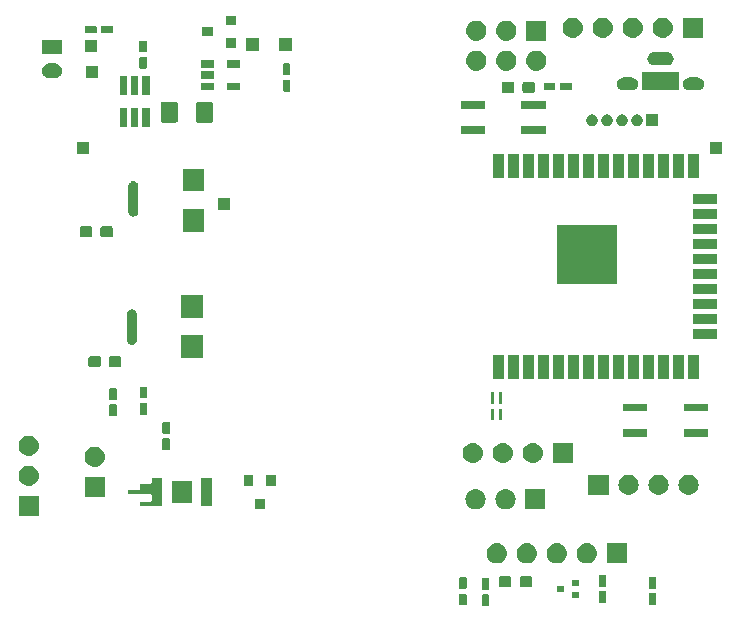
<source format=gbr>
G04 #@! TF.GenerationSoftware,KiCad,Pcbnew,(5.0.2)-1*
G04 #@! TF.CreationDate,2020-01-20T23:46:43+09:00*
G04 #@! TF.ProjectId,schematic,73636865-6d61-4746-9963-2e6b69636164,rev?*
G04 #@! TF.SameCoordinates,Original*
G04 #@! TF.FileFunction,Soldermask,Bot*
G04 #@! TF.FilePolarity,Negative*
%FSLAX46Y46*%
G04 Gerber Fmt 4.6, Leading zero omitted, Abs format (unit mm)*
G04 Created by KiCad (PCBNEW (5.0.2)-1) date 2020/01/20 23:46:43*
%MOMM*%
%LPD*%
G01*
G04 APERTURE LIST*
%ADD10C,0.150000*%
G04 APERTURE END LIST*
D10*
G36*
X60711403Y-77782466D02*
X60729579Y-77787980D01*
X60746333Y-77796936D01*
X60761015Y-77808985D01*
X60773064Y-77823667D01*
X60782020Y-77840421D01*
X60787534Y-77858597D01*
X60790000Y-77883638D01*
X60790000Y-78676362D01*
X60787534Y-78701403D01*
X60782020Y-78719579D01*
X60773064Y-78736333D01*
X60761015Y-78751015D01*
X60746333Y-78763064D01*
X60729579Y-78772020D01*
X60711403Y-78777534D01*
X60686362Y-78780000D01*
X60253638Y-78780000D01*
X60228597Y-78777534D01*
X60210421Y-78772020D01*
X60193667Y-78763064D01*
X60178985Y-78751015D01*
X60166936Y-78736333D01*
X60157980Y-78719579D01*
X60152466Y-78701403D01*
X60150000Y-78676362D01*
X60150000Y-77883638D01*
X60152466Y-77858597D01*
X60157980Y-77840421D01*
X60166936Y-77823667D01*
X60178985Y-77808985D01*
X60193667Y-77796936D01*
X60210421Y-77787980D01*
X60228597Y-77782466D01*
X60253638Y-77780000D01*
X60686362Y-77780000D01*
X60711403Y-77782466D01*
X60711403Y-77782466D01*
G37*
G36*
X58771403Y-77712466D02*
X58789579Y-77717980D01*
X58806333Y-77726936D01*
X58821015Y-77738985D01*
X58833064Y-77753667D01*
X58842020Y-77770421D01*
X58847534Y-77788597D01*
X58850000Y-77813638D01*
X58850000Y-78606362D01*
X58847534Y-78631403D01*
X58842020Y-78649579D01*
X58833064Y-78666333D01*
X58821015Y-78681015D01*
X58806333Y-78693064D01*
X58789579Y-78702020D01*
X58771403Y-78707534D01*
X58746362Y-78710000D01*
X58313638Y-78710000D01*
X58288597Y-78707534D01*
X58270421Y-78702020D01*
X58253667Y-78693064D01*
X58238985Y-78681015D01*
X58226936Y-78666333D01*
X58217980Y-78649579D01*
X58212466Y-78631403D01*
X58210000Y-78606362D01*
X58210000Y-77813638D01*
X58212466Y-77788597D01*
X58217980Y-77770421D01*
X58226936Y-77753667D01*
X58238985Y-77738985D01*
X58253667Y-77726936D01*
X58270421Y-77717980D01*
X58288597Y-77712466D01*
X58313638Y-77710000D01*
X58746362Y-77710000D01*
X58771403Y-77712466D01*
X58771403Y-77712466D01*
G37*
G36*
X74831403Y-77672466D02*
X74849579Y-77677980D01*
X74866333Y-77686936D01*
X74881015Y-77698985D01*
X74893064Y-77713667D01*
X74902020Y-77730421D01*
X74907534Y-77748597D01*
X74910000Y-77773638D01*
X74910000Y-78566362D01*
X74907534Y-78591403D01*
X74902020Y-78609579D01*
X74893064Y-78626333D01*
X74881015Y-78641015D01*
X74866333Y-78653064D01*
X74849579Y-78662020D01*
X74831403Y-78667534D01*
X74806362Y-78670000D01*
X74373638Y-78670000D01*
X74348597Y-78667534D01*
X74330421Y-78662020D01*
X74313667Y-78653064D01*
X74298985Y-78641015D01*
X74286936Y-78626333D01*
X74277980Y-78609579D01*
X74272466Y-78591403D01*
X74270000Y-78566362D01*
X74270000Y-77773638D01*
X74272466Y-77748597D01*
X74277980Y-77730421D01*
X74286936Y-77713667D01*
X74298985Y-77698985D01*
X74313667Y-77686936D01*
X74330421Y-77677980D01*
X74348597Y-77672466D01*
X74373638Y-77670000D01*
X74806362Y-77670000D01*
X74831403Y-77672466D01*
X74831403Y-77672466D01*
G37*
G36*
X70611403Y-77502466D02*
X70629579Y-77507980D01*
X70646333Y-77516936D01*
X70661015Y-77528985D01*
X70673064Y-77543667D01*
X70682020Y-77560421D01*
X70687534Y-77578597D01*
X70690000Y-77603638D01*
X70690000Y-78396362D01*
X70687534Y-78421403D01*
X70682020Y-78439579D01*
X70673064Y-78456333D01*
X70661015Y-78471015D01*
X70646333Y-78483064D01*
X70629579Y-78492020D01*
X70611403Y-78497534D01*
X70586362Y-78500000D01*
X70153638Y-78500000D01*
X70128597Y-78497534D01*
X70110421Y-78492020D01*
X70093667Y-78483064D01*
X70078985Y-78471015D01*
X70066936Y-78456333D01*
X70057980Y-78439579D01*
X70052466Y-78421403D01*
X70050000Y-78396362D01*
X70050000Y-77603638D01*
X70052466Y-77578597D01*
X70057980Y-77560421D01*
X70066936Y-77543667D01*
X70078985Y-77528985D01*
X70093667Y-77516936D01*
X70110421Y-77507980D01*
X70128597Y-77502466D01*
X70153638Y-77500000D01*
X70586362Y-77500000D01*
X70611403Y-77502466D01*
X70611403Y-77502466D01*
G37*
G36*
X68390000Y-78090000D02*
X67790000Y-78090000D01*
X67790000Y-77590000D01*
X68390000Y-77590000D01*
X68390000Y-78090000D01*
X68390000Y-78090000D01*
G37*
G36*
X67090000Y-77590000D02*
X66490000Y-77590000D01*
X66490000Y-77090000D01*
X67090000Y-77090000D01*
X67090000Y-77590000D01*
X67090000Y-77590000D01*
G37*
G36*
X60711403Y-76402466D02*
X60729579Y-76407980D01*
X60746333Y-76416936D01*
X60761015Y-76428985D01*
X60773064Y-76443667D01*
X60782020Y-76460421D01*
X60787534Y-76478597D01*
X60790000Y-76503638D01*
X60790000Y-77296362D01*
X60787534Y-77321403D01*
X60782020Y-77339579D01*
X60773064Y-77356333D01*
X60761015Y-77371015D01*
X60746333Y-77383064D01*
X60729579Y-77392020D01*
X60711403Y-77397534D01*
X60686362Y-77400000D01*
X60253638Y-77400000D01*
X60228597Y-77397534D01*
X60210421Y-77392020D01*
X60193667Y-77383064D01*
X60178985Y-77371015D01*
X60166936Y-77356333D01*
X60157980Y-77339579D01*
X60152466Y-77321403D01*
X60150000Y-77296362D01*
X60150000Y-76503638D01*
X60152466Y-76478597D01*
X60157980Y-76460421D01*
X60166936Y-76443667D01*
X60178985Y-76428985D01*
X60193667Y-76416936D01*
X60210421Y-76407980D01*
X60228597Y-76402466D01*
X60253638Y-76400000D01*
X60686362Y-76400000D01*
X60711403Y-76402466D01*
X60711403Y-76402466D01*
G37*
G36*
X58771403Y-76332466D02*
X58789579Y-76337980D01*
X58806333Y-76346936D01*
X58821015Y-76358985D01*
X58833064Y-76373667D01*
X58842020Y-76390421D01*
X58847534Y-76408597D01*
X58850000Y-76433638D01*
X58850000Y-77226362D01*
X58847534Y-77251403D01*
X58842020Y-77269579D01*
X58833064Y-77286333D01*
X58821015Y-77301015D01*
X58806333Y-77313064D01*
X58789579Y-77322020D01*
X58771403Y-77327534D01*
X58746362Y-77330000D01*
X58313638Y-77330000D01*
X58288597Y-77327534D01*
X58270421Y-77322020D01*
X58253667Y-77313064D01*
X58238985Y-77301015D01*
X58226936Y-77286333D01*
X58217980Y-77269579D01*
X58212466Y-77251403D01*
X58210000Y-77226362D01*
X58210000Y-76433638D01*
X58212466Y-76408597D01*
X58217980Y-76390421D01*
X58226936Y-76373667D01*
X58238985Y-76358985D01*
X58253667Y-76346936D01*
X58270421Y-76337980D01*
X58288597Y-76332466D01*
X58313638Y-76330000D01*
X58746362Y-76330000D01*
X58771403Y-76332466D01*
X58771403Y-76332466D01*
G37*
G36*
X74831403Y-76292466D02*
X74849579Y-76297980D01*
X74866333Y-76306936D01*
X74881015Y-76318985D01*
X74893064Y-76333667D01*
X74902020Y-76350421D01*
X74907534Y-76368597D01*
X74910000Y-76393638D01*
X74910000Y-77186362D01*
X74907534Y-77211403D01*
X74902020Y-77229579D01*
X74893064Y-77246333D01*
X74881015Y-77261015D01*
X74866333Y-77273064D01*
X74849579Y-77282020D01*
X74831403Y-77287534D01*
X74806362Y-77290000D01*
X74373638Y-77290000D01*
X74348597Y-77287534D01*
X74330421Y-77282020D01*
X74313667Y-77273064D01*
X74298985Y-77261015D01*
X74286936Y-77246333D01*
X74277980Y-77229579D01*
X74272466Y-77211403D01*
X74270000Y-77186362D01*
X74270000Y-76393638D01*
X74272466Y-76368597D01*
X74277980Y-76350421D01*
X74286936Y-76333667D01*
X74298985Y-76318985D01*
X74313667Y-76306936D01*
X74330421Y-76297980D01*
X74348597Y-76292466D01*
X74373638Y-76290000D01*
X74806362Y-76290000D01*
X74831403Y-76292466D01*
X74831403Y-76292466D01*
G37*
G36*
X62509024Y-76238955D02*
X62541736Y-76248879D01*
X62571890Y-76264997D01*
X62598316Y-76286684D01*
X62620003Y-76313110D01*
X62636121Y-76343264D01*
X62646045Y-76375976D01*
X62650000Y-76416138D01*
X62650000Y-77003862D01*
X62646045Y-77044024D01*
X62636121Y-77076736D01*
X62620003Y-77106890D01*
X62598316Y-77133316D01*
X62571890Y-77155003D01*
X62541736Y-77171121D01*
X62509024Y-77181045D01*
X62468862Y-77185000D01*
X61781138Y-77185000D01*
X61740976Y-77181045D01*
X61708264Y-77171121D01*
X61678110Y-77155003D01*
X61651684Y-77133316D01*
X61629997Y-77106890D01*
X61613879Y-77076736D01*
X61603955Y-77044024D01*
X61600000Y-77003862D01*
X61600000Y-76416138D01*
X61603955Y-76375976D01*
X61613879Y-76343264D01*
X61629997Y-76313110D01*
X61651684Y-76286684D01*
X61678110Y-76264997D01*
X61708264Y-76248879D01*
X61740976Y-76238955D01*
X61781138Y-76235000D01*
X62468862Y-76235000D01*
X62509024Y-76238955D01*
X62509024Y-76238955D01*
G37*
G36*
X64259024Y-76238955D02*
X64291736Y-76248879D01*
X64321890Y-76264997D01*
X64348316Y-76286684D01*
X64370003Y-76313110D01*
X64386121Y-76343264D01*
X64396045Y-76375976D01*
X64400000Y-76416138D01*
X64400000Y-77003862D01*
X64396045Y-77044024D01*
X64386121Y-77076736D01*
X64370003Y-77106890D01*
X64348316Y-77133316D01*
X64321890Y-77155003D01*
X64291736Y-77171121D01*
X64259024Y-77181045D01*
X64218862Y-77185000D01*
X63531138Y-77185000D01*
X63490976Y-77181045D01*
X63458264Y-77171121D01*
X63428110Y-77155003D01*
X63401684Y-77133316D01*
X63379997Y-77106890D01*
X63363879Y-77076736D01*
X63353955Y-77044024D01*
X63350000Y-77003862D01*
X63350000Y-76416138D01*
X63353955Y-76375976D01*
X63363879Y-76343264D01*
X63379997Y-76313110D01*
X63401684Y-76286684D01*
X63428110Y-76264997D01*
X63458264Y-76248879D01*
X63490976Y-76238955D01*
X63531138Y-76235000D01*
X64218862Y-76235000D01*
X64259024Y-76238955D01*
X64259024Y-76238955D01*
G37*
G36*
X70611403Y-76122466D02*
X70629579Y-76127980D01*
X70646333Y-76136936D01*
X70661015Y-76148985D01*
X70673064Y-76163667D01*
X70682020Y-76180421D01*
X70687534Y-76198597D01*
X70690000Y-76223638D01*
X70690000Y-77016362D01*
X70687534Y-77041403D01*
X70682020Y-77059579D01*
X70673064Y-77076333D01*
X70661015Y-77091015D01*
X70646333Y-77103064D01*
X70629579Y-77112020D01*
X70611403Y-77117534D01*
X70586362Y-77120000D01*
X70153638Y-77120000D01*
X70128597Y-77117534D01*
X70110421Y-77112020D01*
X70093667Y-77103064D01*
X70078985Y-77091015D01*
X70066936Y-77076333D01*
X70057980Y-77059579D01*
X70052466Y-77041403D01*
X70050000Y-77016362D01*
X70050000Y-76223638D01*
X70052466Y-76198597D01*
X70057980Y-76180421D01*
X70066936Y-76163667D01*
X70078985Y-76148985D01*
X70093667Y-76136936D01*
X70110421Y-76127980D01*
X70128597Y-76122466D01*
X70153638Y-76120000D01*
X70586362Y-76120000D01*
X70611403Y-76122466D01*
X70611403Y-76122466D01*
G37*
G36*
X68390000Y-77090000D02*
X67790000Y-77090000D01*
X67790000Y-76590000D01*
X68390000Y-76590000D01*
X68390000Y-77090000D01*
X68390000Y-77090000D01*
G37*
G36*
X64106630Y-73462299D02*
X64266855Y-73510903D01*
X64414520Y-73589831D01*
X64543949Y-73696051D01*
X64650169Y-73825480D01*
X64729097Y-73973145D01*
X64777701Y-74133370D01*
X64794112Y-74300000D01*
X64777701Y-74466630D01*
X64729097Y-74626855D01*
X64650169Y-74774520D01*
X64543949Y-74903949D01*
X64414520Y-75010169D01*
X64266855Y-75089097D01*
X64106630Y-75137701D01*
X63981752Y-75150000D01*
X63898248Y-75150000D01*
X63773370Y-75137701D01*
X63613145Y-75089097D01*
X63465480Y-75010169D01*
X63336051Y-74903949D01*
X63229831Y-74774520D01*
X63150903Y-74626855D01*
X63102299Y-74466630D01*
X63085888Y-74300000D01*
X63102299Y-74133370D01*
X63150903Y-73973145D01*
X63229831Y-73825480D01*
X63336051Y-73696051D01*
X63465480Y-73589831D01*
X63613145Y-73510903D01*
X63773370Y-73462299D01*
X63898248Y-73450000D01*
X63981752Y-73450000D01*
X64106630Y-73462299D01*
X64106630Y-73462299D01*
G37*
G36*
X61566630Y-73462299D02*
X61726855Y-73510903D01*
X61874520Y-73589831D01*
X62003949Y-73696051D01*
X62110169Y-73825480D01*
X62189097Y-73973145D01*
X62237701Y-74133370D01*
X62254112Y-74300000D01*
X62237701Y-74466630D01*
X62189097Y-74626855D01*
X62110169Y-74774520D01*
X62003949Y-74903949D01*
X61874520Y-75010169D01*
X61726855Y-75089097D01*
X61566630Y-75137701D01*
X61441752Y-75150000D01*
X61358248Y-75150000D01*
X61233370Y-75137701D01*
X61073145Y-75089097D01*
X60925480Y-75010169D01*
X60796051Y-74903949D01*
X60689831Y-74774520D01*
X60610903Y-74626855D01*
X60562299Y-74466630D01*
X60545888Y-74300000D01*
X60562299Y-74133370D01*
X60610903Y-73973145D01*
X60689831Y-73825480D01*
X60796051Y-73696051D01*
X60925480Y-73589831D01*
X61073145Y-73510903D01*
X61233370Y-73462299D01*
X61358248Y-73450000D01*
X61441752Y-73450000D01*
X61566630Y-73462299D01*
X61566630Y-73462299D01*
G37*
G36*
X72410000Y-75150000D02*
X70710000Y-75150000D01*
X70710000Y-73450000D01*
X72410000Y-73450000D01*
X72410000Y-75150000D01*
X72410000Y-75150000D01*
G37*
G36*
X66646630Y-73462299D02*
X66806855Y-73510903D01*
X66954520Y-73589831D01*
X67083949Y-73696051D01*
X67190169Y-73825480D01*
X67269097Y-73973145D01*
X67317701Y-74133370D01*
X67334112Y-74300000D01*
X67317701Y-74466630D01*
X67269097Y-74626855D01*
X67190169Y-74774520D01*
X67083949Y-74903949D01*
X66954520Y-75010169D01*
X66806855Y-75089097D01*
X66646630Y-75137701D01*
X66521752Y-75150000D01*
X66438248Y-75150000D01*
X66313370Y-75137701D01*
X66153145Y-75089097D01*
X66005480Y-75010169D01*
X65876051Y-74903949D01*
X65769831Y-74774520D01*
X65690903Y-74626855D01*
X65642299Y-74466630D01*
X65625888Y-74300000D01*
X65642299Y-74133370D01*
X65690903Y-73973145D01*
X65769831Y-73825480D01*
X65876051Y-73696051D01*
X66005480Y-73589831D01*
X66153145Y-73510903D01*
X66313370Y-73462299D01*
X66438248Y-73450000D01*
X66521752Y-73450000D01*
X66646630Y-73462299D01*
X66646630Y-73462299D01*
G37*
G36*
X69186630Y-73462299D02*
X69346855Y-73510903D01*
X69494520Y-73589831D01*
X69623949Y-73696051D01*
X69730169Y-73825480D01*
X69809097Y-73973145D01*
X69857701Y-74133370D01*
X69874112Y-74300000D01*
X69857701Y-74466630D01*
X69809097Y-74626855D01*
X69730169Y-74774520D01*
X69623949Y-74903949D01*
X69494520Y-75010169D01*
X69346855Y-75089097D01*
X69186630Y-75137701D01*
X69061752Y-75150000D01*
X68978248Y-75150000D01*
X68853370Y-75137701D01*
X68693145Y-75089097D01*
X68545480Y-75010169D01*
X68416051Y-74903949D01*
X68309831Y-74774520D01*
X68230903Y-74626855D01*
X68182299Y-74466630D01*
X68165888Y-74300000D01*
X68182299Y-74133370D01*
X68230903Y-73973145D01*
X68309831Y-73825480D01*
X68416051Y-73696051D01*
X68545480Y-73589831D01*
X68693145Y-73510903D01*
X68853370Y-73462299D01*
X68978248Y-73450000D01*
X69061752Y-73450000D01*
X69186630Y-73462299D01*
X69186630Y-73462299D01*
G37*
G36*
X22620000Y-71110000D02*
X20920000Y-71110000D01*
X20920000Y-69410000D01*
X22620000Y-69410000D01*
X22620000Y-71110000D01*
X22620000Y-71110000D01*
G37*
G36*
X41750000Y-70580000D02*
X40950000Y-70580000D01*
X40950000Y-69680000D01*
X41750000Y-69680000D01*
X41750000Y-70580000D01*
X41750000Y-70580000D01*
G37*
G36*
X65530000Y-70570000D02*
X63830000Y-70570000D01*
X63830000Y-68870000D01*
X65530000Y-68870000D01*
X65530000Y-70570000D01*
X65530000Y-70570000D01*
G37*
G36*
X62306630Y-68882299D02*
X62466855Y-68930903D01*
X62614520Y-69009831D01*
X62743949Y-69116051D01*
X62850169Y-69245480D01*
X62929097Y-69393145D01*
X62977701Y-69553370D01*
X62994112Y-69720000D01*
X62977701Y-69886630D01*
X62929097Y-70046855D01*
X62850169Y-70194520D01*
X62743949Y-70323949D01*
X62614520Y-70430169D01*
X62466855Y-70509097D01*
X62306630Y-70557701D01*
X62181752Y-70570000D01*
X62098248Y-70570000D01*
X61973370Y-70557701D01*
X61813145Y-70509097D01*
X61665480Y-70430169D01*
X61536051Y-70323949D01*
X61429831Y-70194520D01*
X61350903Y-70046855D01*
X61302299Y-69886630D01*
X61285888Y-69720000D01*
X61302299Y-69553370D01*
X61350903Y-69393145D01*
X61429831Y-69245480D01*
X61536051Y-69116051D01*
X61665480Y-69009831D01*
X61813145Y-68930903D01*
X61973370Y-68882299D01*
X62098248Y-68870000D01*
X62181752Y-68870000D01*
X62306630Y-68882299D01*
X62306630Y-68882299D01*
G37*
G36*
X59766630Y-68882299D02*
X59926855Y-68930903D01*
X60074520Y-69009831D01*
X60203949Y-69116051D01*
X60310169Y-69245480D01*
X60389097Y-69393145D01*
X60437701Y-69553370D01*
X60454112Y-69720000D01*
X60437701Y-69886630D01*
X60389097Y-70046855D01*
X60310169Y-70194520D01*
X60203949Y-70323949D01*
X60074520Y-70430169D01*
X59926855Y-70509097D01*
X59766630Y-70557701D01*
X59641752Y-70570000D01*
X59558248Y-70570000D01*
X59433370Y-70557701D01*
X59273145Y-70509097D01*
X59125480Y-70430169D01*
X58996051Y-70323949D01*
X58889831Y-70194520D01*
X58810903Y-70046855D01*
X58762299Y-69886630D01*
X58745888Y-69720000D01*
X58762299Y-69553370D01*
X58810903Y-69393145D01*
X58889831Y-69245480D01*
X58996051Y-69116051D01*
X59125480Y-69009831D01*
X59273145Y-68930903D01*
X59433370Y-68882299D01*
X59558248Y-68870000D01*
X59641752Y-68870000D01*
X59766630Y-68882299D01*
X59766630Y-68882299D01*
G37*
G36*
X33070000Y-70252500D02*
X31180000Y-70252500D01*
X31180000Y-69947500D01*
X32055000Y-69947500D01*
X32079386Y-69945098D01*
X32102835Y-69937985D01*
X32124446Y-69926434D01*
X32143388Y-69910888D01*
X32158934Y-69891946D01*
X32170485Y-69870335D01*
X32177598Y-69846886D01*
X32180000Y-69822500D01*
X32180000Y-69377500D01*
X32177598Y-69353114D01*
X32170485Y-69329665D01*
X32158934Y-69308054D01*
X32143388Y-69289112D01*
X32124446Y-69273566D01*
X32102835Y-69262015D01*
X32079386Y-69254902D01*
X32055000Y-69252500D01*
X30180000Y-69252500D01*
X30180000Y-68947500D01*
X31055000Y-68947500D01*
X31079386Y-68945098D01*
X31102835Y-68937985D01*
X31124446Y-68926434D01*
X31143388Y-68910888D01*
X31158934Y-68891946D01*
X31170485Y-68870335D01*
X31177598Y-68846886D01*
X31180000Y-68822500D01*
X31180000Y-68447500D01*
X32055000Y-68447500D01*
X32079386Y-68445098D01*
X32102835Y-68437985D01*
X32124446Y-68426434D01*
X32143388Y-68410888D01*
X32158934Y-68391946D01*
X32170485Y-68370335D01*
X32177598Y-68346886D01*
X32180000Y-68322500D01*
X32180000Y-67947500D01*
X33070000Y-67947500D01*
X33070000Y-70252500D01*
X33070000Y-70252500D01*
G37*
G36*
X37280000Y-70252500D02*
X36390000Y-70252500D01*
X36390000Y-67947500D01*
X37280000Y-67947500D01*
X37280000Y-70252500D01*
X37280000Y-70252500D01*
G37*
G36*
X35570000Y-70040000D02*
X33890000Y-70040000D01*
X33890000Y-68160000D01*
X35570000Y-68160000D01*
X35570000Y-70040000D01*
X35570000Y-70040000D01*
G37*
G36*
X28210000Y-69510000D02*
X26510000Y-69510000D01*
X26510000Y-67810000D01*
X28210000Y-67810000D01*
X28210000Y-69510000D01*
X28210000Y-69510000D01*
G37*
G36*
X77806630Y-67652299D02*
X77966855Y-67700903D01*
X78114520Y-67779831D01*
X78243949Y-67886051D01*
X78350169Y-68015480D01*
X78429097Y-68163145D01*
X78477701Y-68323370D01*
X78494112Y-68490000D01*
X78477701Y-68656630D01*
X78429097Y-68816855D01*
X78350169Y-68964520D01*
X78243949Y-69093949D01*
X78114520Y-69200169D01*
X77966855Y-69279097D01*
X77806630Y-69327701D01*
X77681752Y-69340000D01*
X77598248Y-69340000D01*
X77473370Y-69327701D01*
X77313145Y-69279097D01*
X77165480Y-69200169D01*
X77036051Y-69093949D01*
X76929831Y-68964520D01*
X76850903Y-68816855D01*
X76802299Y-68656630D01*
X76785888Y-68490000D01*
X76802299Y-68323370D01*
X76850903Y-68163145D01*
X76929831Y-68015480D01*
X77036051Y-67886051D01*
X77165480Y-67779831D01*
X77313145Y-67700903D01*
X77473370Y-67652299D01*
X77598248Y-67640000D01*
X77681752Y-67640000D01*
X77806630Y-67652299D01*
X77806630Y-67652299D01*
G37*
G36*
X75266630Y-67652299D02*
X75426855Y-67700903D01*
X75574520Y-67779831D01*
X75703949Y-67886051D01*
X75810169Y-68015480D01*
X75889097Y-68163145D01*
X75937701Y-68323370D01*
X75954112Y-68490000D01*
X75937701Y-68656630D01*
X75889097Y-68816855D01*
X75810169Y-68964520D01*
X75703949Y-69093949D01*
X75574520Y-69200169D01*
X75426855Y-69279097D01*
X75266630Y-69327701D01*
X75141752Y-69340000D01*
X75058248Y-69340000D01*
X74933370Y-69327701D01*
X74773145Y-69279097D01*
X74625480Y-69200169D01*
X74496051Y-69093949D01*
X74389831Y-68964520D01*
X74310903Y-68816855D01*
X74262299Y-68656630D01*
X74245888Y-68490000D01*
X74262299Y-68323370D01*
X74310903Y-68163145D01*
X74389831Y-68015480D01*
X74496051Y-67886051D01*
X74625480Y-67779831D01*
X74773145Y-67700903D01*
X74933370Y-67652299D01*
X75058248Y-67640000D01*
X75141752Y-67640000D01*
X75266630Y-67652299D01*
X75266630Y-67652299D01*
G37*
G36*
X72726630Y-67652299D02*
X72886855Y-67700903D01*
X73034520Y-67779831D01*
X73163949Y-67886051D01*
X73270169Y-68015480D01*
X73349097Y-68163145D01*
X73397701Y-68323370D01*
X73414112Y-68490000D01*
X73397701Y-68656630D01*
X73349097Y-68816855D01*
X73270169Y-68964520D01*
X73163949Y-69093949D01*
X73034520Y-69200169D01*
X72886855Y-69279097D01*
X72726630Y-69327701D01*
X72601752Y-69340000D01*
X72518248Y-69340000D01*
X72393370Y-69327701D01*
X72233145Y-69279097D01*
X72085480Y-69200169D01*
X71956051Y-69093949D01*
X71849831Y-68964520D01*
X71770903Y-68816855D01*
X71722299Y-68656630D01*
X71705888Y-68490000D01*
X71722299Y-68323370D01*
X71770903Y-68163145D01*
X71849831Y-68015480D01*
X71956051Y-67886051D01*
X72085480Y-67779831D01*
X72233145Y-67700903D01*
X72393370Y-67652299D01*
X72518248Y-67640000D01*
X72601752Y-67640000D01*
X72726630Y-67652299D01*
X72726630Y-67652299D01*
G37*
G36*
X70870000Y-69340000D02*
X69170000Y-69340000D01*
X69170000Y-67640000D01*
X70870000Y-67640000D01*
X70870000Y-69340000D01*
X70870000Y-69340000D01*
G37*
G36*
X42700000Y-68580000D02*
X41900000Y-68580000D01*
X41900000Y-67680000D01*
X42700000Y-67680000D01*
X42700000Y-68580000D01*
X42700000Y-68580000D01*
G37*
G36*
X40800000Y-68580000D02*
X40000000Y-68580000D01*
X40000000Y-67680000D01*
X40800000Y-67680000D01*
X40800000Y-68580000D01*
X40800000Y-68580000D01*
G37*
G36*
X21936630Y-66882299D02*
X22096855Y-66930903D01*
X22244520Y-67009831D01*
X22373949Y-67116051D01*
X22480169Y-67245480D01*
X22559097Y-67393145D01*
X22607701Y-67553370D01*
X22624112Y-67720000D01*
X22607701Y-67886630D01*
X22559097Y-68046855D01*
X22480169Y-68194520D01*
X22373949Y-68323949D01*
X22244520Y-68430169D01*
X22096855Y-68509097D01*
X21936630Y-68557701D01*
X21811752Y-68570000D01*
X21728248Y-68570000D01*
X21603370Y-68557701D01*
X21443145Y-68509097D01*
X21295480Y-68430169D01*
X21166051Y-68323949D01*
X21059831Y-68194520D01*
X20980903Y-68046855D01*
X20932299Y-67886630D01*
X20915888Y-67720000D01*
X20932299Y-67553370D01*
X20980903Y-67393145D01*
X21059831Y-67245480D01*
X21166051Y-67116051D01*
X21295480Y-67009831D01*
X21443145Y-66930903D01*
X21603370Y-66882299D01*
X21728248Y-66870000D01*
X21811752Y-66870000D01*
X21936630Y-66882299D01*
X21936630Y-66882299D01*
G37*
G36*
X27526630Y-65282299D02*
X27686855Y-65330903D01*
X27834520Y-65409831D01*
X27963949Y-65516051D01*
X28070169Y-65645480D01*
X28149097Y-65793145D01*
X28197701Y-65953370D01*
X28214112Y-66120000D01*
X28197701Y-66286630D01*
X28149097Y-66446855D01*
X28070169Y-66594520D01*
X27963949Y-66723949D01*
X27834520Y-66830169D01*
X27686855Y-66909097D01*
X27526630Y-66957701D01*
X27401752Y-66970000D01*
X27318248Y-66970000D01*
X27193370Y-66957701D01*
X27033145Y-66909097D01*
X26885480Y-66830169D01*
X26756051Y-66723949D01*
X26649831Y-66594520D01*
X26570903Y-66446855D01*
X26522299Y-66286630D01*
X26505888Y-66120000D01*
X26522299Y-65953370D01*
X26570903Y-65793145D01*
X26649831Y-65645480D01*
X26756051Y-65516051D01*
X26885480Y-65409831D01*
X27033145Y-65330903D01*
X27193370Y-65282299D01*
X27318248Y-65270000D01*
X27401752Y-65270000D01*
X27526630Y-65282299D01*
X27526630Y-65282299D01*
G37*
G36*
X67840000Y-66650000D02*
X66140000Y-66650000D01*
X66140000Y-64950000D01*
X67840000Y-64950000D01*
X67840000Y-66650000D01*
X67840000Y-66650000D01*
G37*
G36*
X59536630Y-64962299D02*
X59696855Y-65010903D01*
X59844520Y-65089831D01*
X59973949Y-65196051D01*
X60080169Y-65325480D01*
X60159097Y-65473145D01*
X60207701Y-65633370D01*
X60224112Y-65800000D01*
X60207701Y-65966630D01*
X60159097Y-66126855D01*
X60080169Y-66274520D01*
X59973949Y-66403949D01*
X59844520Y-66510169D01*
X59696855Y-66589097D01*
X59536630Y-66637701D01*
X59411752Y-66650000D01*
X59328248Y-66650000D01*
X59203370Y-66637701D01*
X59043145Y-66589097D01*
X58895480Y-66510169D01*
X58766051Y-66403949D01*
X58659831Y-66274520D01*
X58580903Y-66126855D01*
X58532299Y-65966630D01*
X58515888Y-65800000D01*
X58532299Y-65633370D01*
X58580903Y-65473145D01*
X58659831Y-65325480D01*
X58766051Y-65196051D01*
X58895480Y-65089831D01*
X59043145Y-65010903D01*
X59203370Y-64962299D01*
X59328248Y-64950000D01*
X59411752Y-64950000D01*
X59536630Y-64962299D01*
X59536630Y-64962299D01*
G37*
G36*
X64616630Y-64962299D02*
X64776855Y-65010903D01*
X64924520Y-65089831D01*
X65053949Y-65196051D01*
X65160169Y-65325480D01*
X65239097Y-65473145D01*
X65287701Y-65633370D01*
X65304112Y-65800000D01*
X65287701Y-65966630D01*
X65239097Y-66126855D01*
X65160169Y-66274520D01*
X65053949Y-66403949D01*
X64924520Y-66510169D01*
X64776855Y-66589097D01*
X64616630Y-66637701D01*
X64491752Y-66650000D01*
X64408248Y-66650000D01*
X64283370Y-66637701D01*
X64123145Y-66589097D01*
X63975480Y-66510169D01*
X63846051Y-66403949D01*
X63739831Y-66274520D01*
X63660903Y-66126855D01*
X63612299Y-65966630D01*
X63595888Y-65800000D01*
X63612299Y-65633370D01*
X63660903Y-65473145D01*
X63739831Y-65325480D01*
X63846051Y-65196051D01*
X63975480Y-65089831D01*
X64123145Y-65010903D01*
X64283370Y-64962299D01*
X64408248Y-64950000D01*
X64491752Y-64950000D01*
X64616630Y-64962299D01*
X64616630Y-64962299D01*
G37*
G36*
X62076630Y-64962299D02*
X62236855Y-65010903D01*
X62384520Y-65089831D01*
X62513949Y-65196051D01*
X62620169Y-65325480D01*
X62699097Y-65473145D01*
X62747701Y-65633370D01*
X62764112Y-65800000D01*
X62747701Y-65966630D01*
X62699097Y-66126855D01*
X62620169Y-66274520D01*
X62513949Y-66403949D01*
X62384520Y-66510169D01*
X62236855Y-66589097D01*
X62076630Y-66637701D01*
X61951752Y-66650000D01*
X61868248Y-66650000D01*
X61743370Y-66637701D01*
X61583145Y-66589097D01*
X61435480Y-66510169D01*
X61306051Y-66403949D01*
X61199831Y-66274520D01*
X61120903Y-66126855D01*
X61072299Y-65966630D01*
X61055888Y-65800000D01*
X61072299Y-65633370D01*
X61120903Y-65473145D01*
X61199831Y-65325480D01*
X61306051Y-65196051D01*
X61435480Y-65089831D01*
X61583145Y-65010903D01*
X61743370Y-64962299D01*
X61868248Y-64950000D01*
X61951752Y-64950000D01*
X62076630Y-64962299D01*
X62076630Y-64962299D01*
G37*
G36*
X21936630Y-64342299D02*
X22096855Y-64390903D01*
X22244520Y-64469831D01*
X22373949Y-64576051D01*
X22480169Y-64705480D01*
X22559097Y-64853145D01*
X22607701Y-65013370D01*
X22624112Y-65180000D01*
X22607701Y-65346630D01*
X22559097Y-65506855D01*
X22480169Y-65654520D01*
X22373949Y-65783949D01*
X22244520Y-65890169D01*
X22096855Y-65969097D01*
X21936630Y-66017701D01*
X21811752Y-66030000D01*
X21728248Y-66030000D01*
X21603370Y-66017701D01*
X21443145Y-65969097D01*
X21295480Y-65890169D01*
X21166051Y-65783949D01*
X21059831Y-65654520D01*
X20980903Y-65506855D01*
X20932299Y-65346630D01*
X20915888Y-65180000D01*
X20932299Y-65013370D01*
X20980903Y-64853145D01*
X21059831Y-64705480D01*
X21166051Y-64576051D01*
X21295480Y-64469831D01*
X21443145Y-64390903D01*
X21603370Y-64342299D01*
X21728248Y-64330000D01*
X21811752Y-64330000D01*
X21936630Y-64342299D01*
X21936630Y-64342299D01*
G37*
G36*
X33651403Y-64562466D02*
X33669579Y-64567980D01*
X33686333Y-64576936D01*
X33701015Y-64588985D01*
X33713064Y-64603667D01*
X33722020Y-64620421D01*
X33727534Y-64638597D01*
X33730000Y-64663638D01*
X33730000Y-65456362D01*
X33727534Y-65481403D01*
X33722020Y-65499579D01*
X33713064Y-65516333D01*
X33701015Y-65531015D01*
X33686333Y-65543064D01*
X33669579Y-65552020D01*
X33651403Y-65557534D01*
X33626362Y-65560000D01*
X33193638Y-65560000D01*
X33168597Y-65557534D01*
X33150421Y-65552020D01*
X33133667Y-65543064D01*
X33118985Y-65531015D01*
X33106936Y-65516333D01*
X33097980Y-65499579D01*
X33092466Y-65481403D01*
X33090000Y-65456362D01*
X33090000Y-64663638D01*
X33092466Y-64638597D01*
X33097980Y-64620421D01*
X33106936Y-64603667D01*
X33118985Y-64588985D01*
X33133667Y-64576936D01*
X33150421Y-64567980D01*
X33168597Y-64562466D01*
X33193638Y-64560000D01*
X33626362Y-64560000D01*
X33651403Y-64562466D01*
X33651403Y-64562466D01*
G37*
G36*
X74150000Y-64430000D02*
X72100000Y-64430000D01*
X72100000Y-63780000D01*
X74150000Y-63780000D01*
X74150000Y-64430000D01*
X74150000Y-64430000D01*
G37*
G36*
X79300000Y-64430000D02*
X77250000Y-64430000D01*
X77250000Y-63780000D01*
X79300000Y-63780000D01*
X79300000Y-64430000D01*
X79300000Y-64430000D01*
G37*
G36*
X33651403Y-63182466D02*
X33669579Y-63187980D01*
X33686333Y-63196936D01*
X33701015Y-63208985D01*
X33713064Y-63223667D01*
X33722020Y-63240421D01*
X33727534Y-63258597D01*
X33730000Y-63283638D01*
X33730000Y-64076362D01*
X33727534Y-64101403D01*
X33722020Y-64119579D01*
X33713064Y-64136333D01*
X33701015Y-64151015D01*
X33686333Y-64163064D01*
X33669579Y-64172020D01*
X33651403Y-64177534D01*
X33626362Y-64180000D01*
X33193638Y-64180000D01*
X33168597Y-64177534D01*
X33150421Y-64172020D01*
X33133667Y-64163064D01*
X33118985Y-64151015D01*
X33106936Y-64136333D01*
X33097980Y-64119579D01*
X33092466Y-64101403D01*
X33090000Y-64076362D01*
X33090000Y-63283638D01*
X33092466Y-63258597D01*
X33097980Y-63240421D01*
X33106936Y-63223667D01*
X33118985Y-63208985D01*
X33133667Y-63196936D01*
X33150421Y-63187980D01*
X33168597Y-63182466D01*
X33193638Y-63180000D01*
X33626362Y-63180000D01*
X33651403Y-63182466D01*
X33651403Y-63182466D01*
G37*
G36*
X61810000Y-63040000D02*
X61560000Y-63040000D01*
X61560000Y-62040000D01*
X61810000Y-62040000D01*
X61810000Y-63040000D01*
X61810000Y-63040000D01*
G37*
G36*
X61160000Y-63040000D02*
X60910000Y-63040000D01*
X60910000Y-62040000D01*
X61160000Y-62040000D01*
X61160000Y-63040000D01*
X61160000Y-63040000D01*
G37*
G36*
X29151403Y-61692466D02*
X29169579Y-61697980D01*
X29186333Y-61706936D01*
X29201015Y-61718985D01*
X29213064Y-61733667D01*
X29222020Y-61750421D01*
X29227534Y-61768597D01*
X29230000Y-61793638D01*
X29230000Y-62586362D01*
X29227534Y-62611403D01*
X29222020Y-62629579D01*
X29213064Y-62646333D01*
X29201015Y-62661015D01*
X29186333Y-62673064D01*
X29169579Y-62682020D01*
X29151403Y-62687534D01*
X29126362Y-62690000D01*
X28693638Y-62690000D01*
X28668597Y-62687534D01*
X28650421Y-62682020D01*
X28633667Y-62673064D01*
X28618985Y-62661015D01*
X28606936Y-62646333D01*
X28597980Y-62629579D01*
X28592466Y-62611403D01*
X28590000Y-62586362D01*
X28590000Y-61793638D01*
X28592466Y-61768597D01*
X28597980Y-61750421D01*
X28606936Y-61733667D01*
X28618985Y-61718985D01*
X28633667Y-61706936D01*
X28650421Y-61697980D01*
X28668597Y-61692466D01*
X28693638Y-61690000D01*
X29126362Y-61690000D01*
X29151403Y-61692466D01*
X29151403Y-61692466D01*
G37*
G36*
X31721403Y-61562466D02*
X31739579Y-61567980D01*
X31756333Y-61576936D01*
X31771015Y-61588985D01*
X31783064Y-61603667D01*
X31792020Y-61620421D01*
X31797534Y-61638597D01*
X31800000Y-61663638D01*
X31800000Y-62456362D01*
X31797534Y-62481403D01*
X31792020Y-62499579D01*
X31783064Y-62516333D01*
X31771015Y-62531015D01*
X31756333Y-62543064D01*
X31739579Y-62552020D01*
X31721403Y-62557534D01*
X31696362Y-62560000D01*
X31263638Y-62560000D01*
X31238597Y-62557534D01*
X31220421Y-62552020D01*
X31203667Y-62543064D01*
X31188985Y-62531015D01*
X31176936Y-62516333D01*
X31167980Y-62499579D01*
X31162466Y-62481403D01*
X31160000Y-62456362D01*
X31160000Y-61663638D01*
X31162466Y-61638597D01*
X31167980Y-61620421D01*
X31176936Y-61603667D01*
X31188985Y-61588985D01*
X31203667Y-61576936D01*
X31220421Y-61567980D01*
X31238597Y-61562466D01*
X31263638Y-61560000D01*
X31696362Y-61560000D01*
X31721403Y-61562466D01*
X31721403Y-61562466D01*
G37*
G36*
X79300000Y-62280000D02*
X77250000Y-62280000D01*
X77250000Y-61630000D01*
X79300000Y-61630000D01*
X79300000Y-62280000D01*
X79300000Y-62280000D01*
G37*
G36*
X74150000Y-62280000D02*
X72100000Y-62280000D01*
X72100000Y-61630000D01*
X74150000Y-61630000D01*
X74150000Y-62280000D01*
X74150000Y-62280000D01*
G37*
G36*
X61810000Y-61640000D02*
X61560000Y-61640000D01*
X61560000Y-60640000D01*
X61810000Y-60640000D01*
X61810000Y-61640000D01*
X61810000Y-61640000D01*
G37*
G36*
X61160000Y-61640000D02*
X60910000Y-61640000D01*
X60910000Y-60640000D01*
X61160000Y-60640000D01*
X61160000Y-61640000D01*
X61160000Y-61640000D01*
G37*
G36*
X29151403Y-60312466D02*
X29169579Y-60317980D01*
X29186333Y-60326936D01*
X29201015Y-60338985D01*
X29213064Y-60353667D01*
X29222020Y-60370421D01*
X29227534Y-60388597D01*
X29230000Y-60413638D01*
X29230000Y-61206362D01*
X29227534Y-61231403D01*
X29222020Y-61249579D01*
X29213064Y-61266333D01*
X29201015Y-61281015D01*
X29186333Y-61293064D01*
X29169579Y-61302020D01*
X29151403Y-61307534D01*
X29126362Y-61310000D01*
X28693638Y-61310000D01*
X28668597Y-61307534D01*
X28650421Y-61302020D01*
X28633667Y-61293064D01*
X28618985Y-61281015D01*
X28606936Y-61266333D01*
X28597980Y-61249579D01*
X28592466Y-61231403D01*
X28590000Y-61206362D01*
X28590000Y-60413638D01*
X28592466Y-60388597D01*
X28597980Y-60370421D01*
X28606936Y-60353667D01*
X28618985Y-60338985D01*
X28633667Y-60326936D01*
X28650421Y-60317980D01*
X28668597Y-60312466D01*
X28693638Y-60310000D01*
X29126362Y-60310000D01*
X29151403Y-60312466D01*
X29151403Y-60312466D01*
G37*
G36*
X31721403Y-60182466D02*
X31739579Y-60187980D01*
X31756333Y-60196936D01*
X31771015Y-60208985D01*
X31783064Y-60223667D01*
X31792020Y-60240421D01*
X31797534Y-60258597D01*
X31800000Y-60283638D01*
X31800000Y-61076362D01*
X31797534Y-61101403D01*
X31792020Y-61119579D01*
X31783064Y-61136333D01*
X31771015Y-61151015D01*
X31756333Y-61163064D01*
X31739579Y-61172020D01*
X31721403Y-61177534D01*
X31696362Y-61180000D01*
X31263638Y-61180000D01*
X31238597Y-61177534D01*
X31220421Y-61172020D01*
X31203667Y-61163064D01*
X31188985Y-61151015D01*
X31176936Y-61136333D01*
X31167980Y-61119579D01*
X31162466Y-61101403D01*
X31160000Y-61076362D01*
X31160000Y-60283638D01*
X31162466Y-60258597D01*
X31167980Y-60240421D01*
X31176936Y-60223667D01*
X31188985Y-60208985D01*
X31203667Y-60196936D01*
X31220421Y-60187980D01*
X31238597Y-60182466D01*
X31263638Y-60180000D01*
X31696362Y-60180000D01*
X31721403Y-60182466D01*
X31721403Y-60182466D01*
G37*
G36*
X64535000Y-59500000D02*
X63635000Y-59500000D01*
X63635000Y-57500000D01*
X64535000Y-57500000D01*
X64535000Y-59500000D01*
X64535000Y-59500000D01*
G37*
G36*
X72155000Y-59500000D02*
X71255000Y-59500000D01*
X71255000Y-57500000D01*
X72155000Y-57500000D01*
X72155000Y-59500000D01*
X72155000Y-59500000D01*
G37*
G36*
X73425000Y-59500000D02*
X72525000Y-59500000D01*
X72525000Y-57500000D01*
X73425000Y-57500000D01*
X73425000Y-59500000D01*
X73425000Y-59500000D01*
G37*
G36*
X63265000Y-59500000D02*
X62365000Y-59500000D01*
X62365000Y-57500000D01*
X63265000Y-57500000D01*
X63265000Y-59500000D01*
X63265000Y-59500000D01*
G37*
G36*
X61995000Y-59500000D02*
X61095000Y-59500000D01*
X61095000Y-57500000D01*
X61995000Y-57500000D01*
X61995000Y-59500000D01*
X61995000Y-59500000D01*
G37*
G36*
X77235000Y-59500000D02*
X76335000Y-59500000D01*
X76335000Y-57500000D01*
X77235000Y-57500000D01*
X77235000Y-59500000D01*
X77235000Y-59500000D01*
G37*
G36*
X70885000Y-59500000D02*
X69985000Y-59500000D01*
X69985000Y-57500000D01*
X70885000Y-57500000D01*
X70885000Y-59500000D01*
X70885000Y-59500000D01*
G37*
G36*
X67075000Y-59500000D02*
X66175000Y-59500000D01*
X66175000Y-57500000D01*
X67075000Y-57500000D01*
X67075000Y-59500000D01*
X67075000Y-59500000D01*
G37*
G36*
X65805000Y-59500000D02*
X64905000Y-59500000D01*
X64905000Y-57500000D01*
X65805000Y-57500000D01*
X65805000Y-59500000D01*
X65805000Y-59500000D01*
G37*
G36*
X69615000Y-59500000D02*
X68715000Y-59500000D01*
X68715000Y-57500000D01*
X69615000Y-57500000D01*
X69615000Y-59500000D01*
X69615000Y-59500000D01*
G37*
G36*
X74695000Y-59500000D02*
X73795000Y-59500000D01*
X73795000Y-57500000D01*
X74695000Y-57500000D01*
X74695000Y-59500000D01*
X74695000Y-59500000D01*
G37*
G36*
X75965000Y-59500000D02*
X75065000Y-59500000D01*
X75065000Y-57500000D01*
X75965000Y-57500000D01*
X75965000Y-59500000D01*
X75965000Y-59500000D01*
G37*
G36*
X78505000Y-59500000D02*
X77605000Y-59500000D01*
X77605000Y-57500000D01*
X78505000Y-57500000D01*
X78505000Y-59500000D01*
X78505000Y-59500000D01*
G37*
G36*
X68345000Y-59500000D02*
X67445000Y-59500000D01*
X67445000Y-57500000D01*
X68345000Y-57500000D01*
X68345000Y-59500000D01*
X68345000Y-59500000D01*
G37*
G36*
X27739024Y-57608955D02*
X27771736Y-57618879D01*
X27801890Y-57634997D01*
X27828316Y-57656684D01*
X27850003Y-57683110D01*
X27866121Y-57713264D01*
X27876045Y-57745976D01*
X27880000Y-57786138D01*
X27880000Y-58373862D01*
X27876045Y-58414024D01*
X27866121Y-58446736D01*
X27850003Y-58476890D01*
X27828316Y-58503316D01*
X27801890Y-58525003D01*
X27771736Y-58541121D01*
X27739024Y-58551045D01*
X27698862Y-58555000D01*
X27011138Y-58555000D01*
X26970976Y-58551045D01*
X26938264Y-58541121D01*
X26908110Y-58525003D01*
X26881684Y-58503316D01*
X26859997Y-58476890D01*
X26843879Y-58446736D01*
X26833955Y-58414024D01*
X26830000Y-58373862D01*
X26830000Y-57786138D01*
X26833955Y-57745976D01*
X26843879Y-57713264D01*
X26859997Y-57683110D01*
X26881684Y-57656684D01*
X26908110Y-57634997D01*
X26938264Y-57618879D01*
X26970976Y-57608955D01*
X27011138Y-57605000D01*
X27698862Y-57605000D01*
X27739024Y-57608955D01*
X27739024Y-57608955D01*
G37*
G36*
X29489024Y-57608955D02*
X29521736Y-57618879D01*
X29551890Y-57634997D01*
X29578316Y-57656684D01*
X29600003Y-57683110D01*
X29616121Y-57713264D01*
X29626045Y-57745976D01*
X29630000Y-57786138D01*
X29630000Y-58373862D01*
X29626045Y-58414024D01*
X29616121Y-58446736D01*
X29600003Y-58476890D01*
X29578316Y-58503316D01*
X29551890Y-58525003D01*
X29521736Y-58541121D01*
X29489024Y-58551045D01*
X29448862Y-58555000D01*
X28761138Y-58555000D01*
X28720976Y-58551045D01*
X28688264Y-58541121D01*
X28658110Y-58525003D01*
X28631684Y-58503316D01*
X28609997Y-58476890D01*
X28593879Y-58446736D01*
X28583955Y-58414024D01*
X28580000Y-58373862D01*
X28580000Y-57786138D01*
X28583955Y-57745976D01*
X28593879Y-57713264D01*
X28609997Y-57683110D01*
X28631684Y-57656684D01*
X28658110Y-57634997D01*
X28688264Y-57618879D01*
X28720976Y-57608955D01*
X28761138Y-57605000D01*
X29448862Y-57605000D01*
X29489024Y-57608955D01*
X29489024Y-57608955D01*
G37*
G36*
X36500000Y-57750000D02*
X34700000Y-57750000D01*
X34700000Y-55850000D01*
X36500000Y-55850000D01*
X36500000Y-57750000D01*
X36500000Y-57750000D01*
G37*
G36*
X30551167Y-53632022D02*
X30592334Y-53636077D01*
X30671506Y-53660093D01*
X30744470Y-53699094D01*
X30808422Y-53751578D01*
X30860906Y-53815530D01*
X30899907Y-53888494D01*
X30923923Y-53967667D01*
X30930000Y-54029367D01*
X30930000Y-56230633D01*
X30923923Y-56292333D01*
X30899907Y-56371506D01*
X30860906Y-56444470D01*
X30808422Y-56508422D01*
X30744469Y-56560908D01*
X30671508Y-56599906D01*
X30592333Y-56623923D01*
X30510000Y-56632032D01*
X30509999Y-56632032D01*
X30468833Y-56627978D01*
X30427666Y-56623923D01*
X30348494Y-56599907D01*
X30275530Y-56560906D01*
X30211578Y-56508422D01*
X30159092Y-56444469D01*
X30120094Y-56371508D01*
X30110176Y-56338813D01*
X30096077Y-56292333D01*
X30090000Y-56230631D01*
X30090001Y-54029368D01*
X30096078Y-53967666D01*
X30120094Y-53888495D01*
X30120094Y-53888494D01*
X30159095Y-53815530D01*
X30211579Y-53751578D01*
X30275531Y-53699094D01*
X30348495Y-53660093D01*
X30427667Y-53636077D01*
X30510000Y-53627968D01*
X30510001Y-53627968D01*
X30551167Y-53632022D01*
X30551167Y-53632022D01*
G37*
G36*
X80055000Y-56165000D02*
X78055000Y-56165000D01*
X78055000Y-55265000D01*
X80055000Y-55265000D01*
X80055000Y-56165000D01*
X80055000Y-56165000D01*
G37*
G36*
X80055000Y-54895000D02*
X78055000Y-54895000D01*
X78055000Y-53995000D01*
X80055000Y-53995000D01*
X80055000Y-54895000D01*
X80055000Y-54895000D01*
G37*
G36*
X36500000Y-54350000D02*
X34700000Y-54350000D01*
X34700000Y-52450000D01*
X36500000Y-52450000D01*
X36500000Y-54350000D01*
X36500000Y-54350000D01*
G37*
G36*
X80055000Y-53625000D02*
X78055000Y-53625000D01*
X78055000Y-52725000D01*
X80055000Y-52725000D01*
X80055000Y-53625000D01*
X80055000Y-53625000D01*
G37*
G36*
X80055000Y-52355000D02*
X78055000Y-52355000D01*
X78055000Y-51455000D01*
X80055000Y-51455000D01*
X80055000Y-52355000D01*
X80055000Y-52355000D01*
G37*
G36*
X71545000Y-51500000D02*
X66545000Y-51500000D01*
X66545000Y-46500000D01*
X71545000Y-46500000D01*
X71545000Y-51500000D01*
X71545000Y-51500000D01*
G37*
G36*
X80055000Y-51085000D02*
X78055000Y-51085000D01*
X78055000Y-50185000D01*
X80055000Y-50185000D01*
X80055000Y-51085000D01*
X80055000Y-51085000D01*
G37*
G36*
X80055000Y-49815000D02*
X78055000Y-49815000D01*
X78055000Y-48915000D01*
X80055000Y-48915000D01*
X80055000Y-49815000D01*
X80055000Y-49815000D01*
G37*
G36*
X80055000Y-48545000D02*
X78055000Y-48545000D01*
X78055000Y-47645000D01*
X80055000Y-47645000D01*
X80055000Y-48545000D01*
X80055000Y-48545000D01*
G37*
G36*
X28759024Y-46608955D02*
X28791736Y-46618879D01*
X28821890Y-46634997D01*
X28848316Y-46656684D01*
X28870003Y-46683110D01*
X28886121Y-46713264D01*
X28896045Y-46745976D01*
X28900000Y-46786138D01*
X28900000Y-47373862D01*
X28896045Y-47414024D01*
X28886121Y-47446736D01*
X28870003Y-47476890D01*
X28848316Y-47503316D01*
X28821890Y-47525003D01*
X28791736Y-47541121D01*
X28759024Y-47551045D01*
X28718862Y-47555000D01*
X28031138Y-47555000D01*
X27990976Y-47551045D01*
X27958264Y-47541121D01*
X27928110Y-47525003D01*
X27901684Y-47503316D01*
X27879997Y-47476890D01*
X27863879Y-47446736D01*
X27853955Y-47414024D01*
X27850000Y-47373862D01*
X27850000Y-46786138D01*
X27853955Y-46745976D01*
X27863879Y-46713264D01*
X27879997Y-46683110D01*
X27901684Y-46656684D01*
X27928110Y-46634997D01*
X27958264Y-46618879D01*
X27990976Y-46608955D01*
X28031138Y-46605000D01*
X28718862Y-46605000D01*
X28759024Y-46608955D01*
X28759024Y-46608955D01*
G37*
G36*
X27009024Y-46608955D02*
X27041736Y-46618879D01*
X27071890Y-46634997D01*
X27098316Y-46656684D01*
X27120003Y-46683110D01*
X27136121Y-46713264D01*
X27146045Y-46745976D01*
X27150000Y-46786138D01*
X27150000Y-47373862D01*
X27146045Y-47414024D01*
X27136121Y-47446736D01*
X27120003Y-47476890D01*
X27098316Y-47503316D01*
X27071890Y-47525003D01*
X27041736Y-47541121D01*
X27009024Y-47551045D01*
X26968862Y-47555000D01*
X26281138Y-47555000D01*
X26240976Y-47551045D01*
X26208264Y-47541121D01*
X26178110Y-47525003D01*
X26151684Y-47503316D01*
X26129997Y-47476890D01*
X26113879Y-47446736D01*
X26103955Y-47414024D01*
X26100000Y-47373862D01*
X26100000Y-46786138D01*
X26103955Y-46745976D01*
X26113879Y-46713264D01*
X26129997Y-46683110D01*
X26151684Y-46656684D01*
X26178110Y-46634997D01*
X26208264Y-46618879D01*
X26240976Y-46608955D01*
X26281138Y-46605000D01*
X26968862Y-46605000D01*
X27009024Y-46608955D01*
X27009024Y-46608955D01*
G37*
G36*
X80055000Y-47275000D02*
X78055000Y-47275000D01*
X78055000Y-46375000D01*
X80055000Y-46375000D01*
X80055000Y-47275000D01*
X80055000Y-47275000D01*
G37*
G36*
X36600000Y-47050000D02*
X34800000Y-47050000D01*
X34800000Y-45150000D01*
X36600000Y-45150000D01*
X36600000Y-47050000D01*
X36600000Y-47050000D01*
G37*
G36*
X80055000Y-46005000D02*
X78055000Y-46005000D01*
X78055000Y-45105000D01*
X80055000Y-45105000D01*
X80055000Y-46005000D01*
X80055000Y-46005000D01*
G37*
G36*
X30681167Y-42782023D02*
X30722334Y-42786077D01*
X30761919Y-42798085D01*
X30801506Y-42810093D01*
X30874470Y-42849094D01*
X30938422Y-42901578D01*
X30990906Y-42965530D01*
X31029907Y-43038494D01*
X31053923Y-43117667D01*
X31060000Y-43179367D01*
X31060000Y-45380633D01*
X31053923Y-45442333D01*
X31029907Y-45521506D01*
X30990906Y-45594470D01*
X30938422Y-45658422D01*
X30874469Y-45710908D01*
X30801508Y-45749906D01*
X30722333Y-45773923D01*
X30640000Y-45782032D01*
X30639999Y-45782032D01*
X30598833Y-45777977D01*
X30557666Y-45773923D01*
X30518081Y-45761915D01*
X30478494Y-45749907D01*
X30405530Y-45710906D01*
X30341578Y-45658422D01*
X30289092Y-45594469D01*
X30250094Y-45521508D01*
X30240176Y-45488813D01*
X30226077Y-45442333D01*
X30220000Y-45380631D01*
X30220001Y-43179368D01*
X30226078Y-43117666D01*
X30250094Y-43038495D01*
X30250094Y-43038494D01*
X30289095Y-42965530D01*
X30341579Y-42901578D01*
X30405531Y-42849094D01*
X30478495Y-42810093D01*
X30557667Y-42786077D01*
X30640000Y-42777968D01*
X30640001Y-42777968D01*
X30681167Y-42782023D01*
X30681167Y-42782023D01*
G37*
G36*
X38800000Y-45230000D02*
X37800000Y-45230000D01*
X37800000Y-44230000D01*
X38800000Y-44230000D01*
X38800000Y-45230000D01*
X38800000Y-45230000D01*
G37*
G36*
X80055000Y-44735000D02*
X78055000Y-44735000D01*
X78055000Y-43835000D01*
X80055000Y-43835000D01*
X80055000Y-44735000D01*
X80055000Y-44735000D01*
G37*
G36*
X36600000Y-43650000D02*
X34800000Y-43650000D01*
X34800000Y-41750000D01*
X36600000Y-41750000D01*
X36600000Y-43650000D01*
X36600000Y-43650000D01*
G37*
G36*
X64535000Y-42500000D02*
X63635000Y-42500000D01*
X63635000Y-40500000D01*
X64535000Y-40500000D01*
X64535000Y-42500000D01*
X64535000Y-42500000D01*
G37*
G36*
X61995000Y-42500000D02*
X61095000Y-42500000D01*
X61095000Y-40500000D01*
X61995000Y-40500000D01*
X61995000Y-42500000D01*
X61995000Y-42500000D01*
G37*
G36*
X65805000Y-42500000D02*
X64905000Y-42500000D01*
X64905000Y-40500000D01*
X65805000Y-40500000D01*
X65805000Y-42500000D01*
X65805000Y-42500000D01*
G37*
G36*
X67075000Y-42500000D02*
X66175000Y-42500000D01*
X66175000Y-40500000D01*
X67075000Y-40500000D01*
X67075000Y-42500000D01*
X67075000Y-42500000D01*
G37*
G36*
X68345000Y-42500000D02*
X67445000Y-42500000D01*
X67445000Y-40500000D01*
X68345000Y-40500000D01*
X68345000Y-42500000D01*
X68345000Y-42500000D01*
G37*
G36*
X70885000Y-42500000D02*
X69985000Y-42500000D01*
X69985000Y-40500000D01*
X70885000Y-40500000D01*
X70885000Y-42500000D01*
X70885000Y-42500000D01*
G37*
G36*
X72155000Y-42500000D02*
X71255000Y-42500000D01*
X71255000Y-40500000D01*
X72155000Y-40500000D01*
X72155000Y-42500000D01*
X72155000Y-42500000D01*
G37*
G36*
X74695000Y-42500000D02*
X73795000Y-42500000D01*
X73795000Y-40500000D01*
X74695000Y-40500000D01*
X74695000Y-42500000D01*
X74695000Y-42500000D01*
G37*
G36*
X75965000Y-42500000D02*
X75065000Y-42500000D01*
X75065000Y-40500000D01*
X75965000Y-40500000D01*
X75965000Y-42500000D01*
X75965000Y-42500000D01*
G37*
G36*
X77235000Y-42500000D02*
X76335000Y-42500000D01*
X76335000Y-40500000D01*
X77235000Y-40500000D01*
X77235000Y-42500000D01*
X77235000Y-42500000D01*
G37*
G36*
X78505000Y-42500000D02*
X77605000Y-42500000D01*
X77605000Y-40500000D01*
X78505000Y-40500000D01*
X78505000Y-42500000D01*
X78505000Y-42500000D01*
G37*
G36*
X63265000Y-42500000D02*
X62365000Y-42500000D01*
X62365000Y-40500000D01*
X63265000Y-40500000D01*
X63265000Y-42500000D01*
X63265000Y-42500000D01*
G37*
G36*
X69615000Y-42500000D02*
X68715000Y-42500000D01*
X68715000Y-40500000D01*
X69615000Y-40500000D01*
X69615000Y-42500000D01*
X69615000Y-42500000D01*
G37*
G36*
X73425000Y-42500000D02*
X72525000Y-42500000D01*
X72525000Y-40500000D01*
X73425000Y-40500000D01*
X73425000Y-42500000D01*
X73425000Y-42500000D01*
G37*
G36*
X80500000Y-40500000D02*
X79500000Y-40500000D01*
X79500000Y-39500000D01*
X80500000Y-39500000D01*
X80500000Y-40500000D01*
X80500000Y-40500000D01*
G37*
G36*
X26900000Y-40500000D02*
X25900000Y-40500000D01*
X25900000Y-39500000D01*
X26900000Y-39500000D01*
X26900000Y-40500000D01*
X26900000Y-40500000D01*
G37*
G36*
X60390000Y-38800000D02*
X58340000Y-38800000D01*
X58340000Y-38150000D01*
X60390000Y-38150000D01*
X60390000Y-38800000D01*
X60390000Y-38800000D01*
G37*
G36*
X65540000Y-38800000D02*
X63490000Y-38800000D01*
X63490000Y-38150000D01*
X65540000Y-38150000D01*
X65540000Y-38800000D01*
X65540000Y-38800000D01*
G37*
G36*
X32015000Y-38170000D02*
X31365000Y-38170000D01*
X31365000Y-36610000D01*
X32015000Y-36610000D01*
X32015000Y-38170000D01*
X32015000Y-38170000D01*
G37*
G36*
X31065000Y-38170000D02*
X30415000Y-38170000D01*
X30415000Y-36610000D01*
X31065000Y-36610000D01*
X31065000Y-38170000D01*
X31065000Y-38170000D01*
G37*
G36*
X30115000Y-38170000D02*
X29465000Y-38170000D01*
X29465000Y-36610000D01*
X30115000Y-36610000D01*
X30115000Y-38170000D01*
X30115000Y-38170000D01*
G37*
G36*
X72108015Y-37137234D02*
X72202268Y-37165825D01*
X72248697Y-37190643D01*
X72289129Y-37212254D01*
X72289131Y-37212255D01*
X72289130Y-37212255D01*
X72365264Y-37274736D01*
X72427745Y-37350870D01*
X72474175Y-37437732D01*
X72502766Y-37531985D01*
X72512419Y-37630000D01*
X72502766Y-37728015D01*
X72474175Y-37822268D01*
X72449357Y-37868697D01*
X72427746Y-37909129D01*
X72365264Y-37985264D01*
X72289129Y-38047746D01*
X72248697Y-38069357D01*
X72202268Y-38094175D01*
X72108015Y-38122766D01*
X72034564Y-38130000D01*
X71985436Y-38130000D01*
X71911985Y-38122766D01*
X71817732Y-38094175D01*
X71771303Y-38069357D01*
X71730871Y-38047746D01*
X71654736Y-37985264D01*
X71592254Y-37909129D01*
X71570643Y-37868697D01*
X71545825Y-37822268D01*
X71517234Y-37728015D01*
X71507581Y-37630000D01*
X71517234Y-37531985D01*
X71545825Y-37437732D01*
X71592255Y-37350870D01*
X71654736Y-37274736D01*
X71730870Y-37212255D01*
X71730869Y-37212255D01*
X71730871Y-37212254D01*
X71771303Y-37190643D01*
X71817732Y-37165825D01*
X71911985Y-37137234D01*
X71985436Y-37130000D01*
X72034564Y-37130000D01*
X72108015Y-37137234D01*
X72108015Y-37137234D01*
G37*
G36*
X75050000Y-38130000D02*
X74050000Y-38130000D01*
X74050000Y-37130000D01*
X75050000Y-37130000D01*
X75050000Y-38130000D01*
X75050000Y-38130000D01*
G37*
G36*
X69568015Y-37137234D02*
X69662268Y-37165825D01*
X69708697Y-37190643D01*
X69749129Y-37212254D01*
X69749131Y-37212255D01*
X69749130Y-37212255D01*
X69825264Y-37274736D01*
X69887745Y-37350870D01*
X69934175Y-37437732D01*
X69962766Y-37531985D01*
X69972419Y-37630000D01*
X69962766Y-37728015D01*
X69934175Y-37822268D01*
X69909357Y-37868697D01*
X69887746Y-37909129D01*
X69825264Y-37985264D01*
X69749129Y-38047746D01*
X69708697Y-38069357D01*
X69662268Y-38094175D01*
X69568015Y-38122766D01*
X69494564Y-38130000D01*
X69445436Y-38130000D01*
X69371985Y-38122766D01*
X69277732Y-38094175D01*
X69231303Y-38069357D01*
X69190871Y-38047746D01*
X69114736Y-37985264D01*
X69052254Y-37909129D01*
X69030643Y-37868697D01*
X69005825Y-37822268D01*
X68977234Y-37728015D01*
X68967581Y-37630000D01*
X68977234Y-37531985D01*
X69005825Y-37437732D01*
X69052255Y-37350870D01*
X69114736Y-37274736D01*
X69190870Y-37212255D01*
X69190869Y-37212255D01*
X69190871Y-37212254D01*
X69231303Y-37190643D01*
X69277732Y-37165825D01*
X69371985Y-37137234D01*
X69445436Y-37130000D01*
X69494564Y-37130000D01*
X69568015Y-37137234D01*
X69568015Y-37137234D01*
G37*
G36*
X70838015Y-37137234D02*
X70932268Y-37165825D01*
X70978697Y-37190643D01*
X71019129Y-37212254D01*
X71019131Y-37212255D01*
X71019130Y-37212255D01*
X71095264Y-37274736D01*
X71157745Y-37350870D01*
X71204175Y-37437732D01*
X71232766Y-37531985D01*
X71242419Y-37630000D01*
X71232766Y-37728015D01*
X71204175Y-37822268D01*
X71179357Y-37868697D01*
X71157746Y-37909129D01*
X71095264Y-37985264D01*
X71019129Y-38047746D01*
X70978697Y-38069357D01*
X70932268Y-38094175D01*
X70838015Y-38122766D01*
X70764564Y-38130000D01*
X70715436Y-38130000D01*
X70641985Y-38122766D01*
X70547732Y-38094175D01*
X70501303Y-38069357D01*
X70460871Y-38047746D01*
X70384736Y-37985264D01*
X70322254Y-37909129D01*
X70300643Y-37868697D01*
X70275825Y-37822268D01*
X70247234Y-37728015D01*
X70237581Y-37630000D01*
X70247234Y-37531985D01*
X70275825Y-37437732D01*
X70322255Y-37350870D01*
X70384736Y-37274736D01*
X70460870Y-37212255D01*
X70460869Y-37212255D01*
X70460871Y-37212254D01*
X70501303Y-37190643D01*
X70547732Y-37165825D01*
X70641985Y-37137234D01*
X70715436Y-37130000D01*
X70764564Y-37130000D01*
X70838015Y-37137234D01*
X70838015Y-37137234D01*
G37*
G36*
X73378015Y-37137234D02*
X73472268Y-37165825D01*
X73518697Y-37190643D01*
X73559129Y-37212254D01*
X73559131Y-37212255D01*
X73559130Y-37212255D01*
X73635264Y-37274736D01*
X73697745Y-37350870D01*
X73744175Y-37437732D01*
X73772766Y-37531985D01*
X73782419Y-37630000D01*
X73772766Y-37728015D01*
X73744175Y-37822268D01*
X73719357Y-37868697D01*
X73697746Y-37909129D01*
X73635264Y-37985264D01*
X73559129Y-38047746D01*
X73518697Y-38069357D01*
X73472268Y-38094175D01*
X73378015Y-38122766D01*
X73304564Y-38130000D01*
X73255436Y-38130000D01*
X73181985Y-38122766D01*
X73087732Y-38094175D01*
X73041303Y-38069357D01*
X73000871Y-38047746D01*
X72924736Y-37985264D01*
X72862254Y-37909129D01*
X72840643Y-37868697D01*
X72815825Y-37822268D01*
X72787234Y-37728015D01*
X72777581Y-37630000D01*
X72787234Y-37531985D01*
X72815825Y-37437732D01*
X72862255Y-37350870D01*
X72924736Y-37274736D01*
X73000870Y-37212255D01*
X73000869Y-37212255D01*
X73000871Y-37212254D01*
X73041303Y-37190643D01*
X73087732Y-37165825D01*
X73181985Y-37137234D01*
X73255436Y-37130000D01*
X73304564Y-37130000D01*
X73378015Y-37137234D01*
X73378015Y-37137234D01*
G37*
G36*
X37233964Y-36078837D02*
X37265528Y-36088412D01*
X37294617Y-36103960D01*
X37320114Y-36124886D01*
X37341040Y-36150383D01*
X37356588Y-36179472D01*
X37366163Y-36211036D01*
X37370000Y-36249998D01*
X37370000Y-37650002D01*
X37366163Y-37688964D01*
X37356588Y-37720528D01*
X37341040Y-37749617D01*
X37320114Y-37775114D01*
X37294617Y-37796040D01*
X37265528Y-37811588D01*
X37233964Y-37821163D01*
X37195002Y-37825000D01*
X36119998Y-37825000D01*
X36081036Y-37821163D01*
X36049472Y-37811588D01*
X36020383Y-37796040D01*
X35994886Y-37775114D01*
X35973960Y-37749617D01*
X35958412Y-37720528D01*
X35948837Y-37688964D01*
X35945000Y-37650002D01*
X35945000Y-36249998D01*
X35948837Y-36211036D01*
X35958412Y-36179472D01*
X35973960Y-36150383D01*
X35994886Y-36124886D01*
X36020383Y-36103960D01*
X36049472Y-36088412D01*
X36081036Y-36078837D01*
X36119998Y-36075000D01*
X37195002Y-36075000D01*
X37233964Y-36078837D01*
X37233964Y-36078837D01*
G37*
G36*
X34258964Y-36078837D02*
X34290528Y-36088412D01*
X34319617Y-36103960D01*
X34345114Y-36124886D01*
X34366040Y-36150383D01*
X34381588Y-36179472D01*
X34391163Y-36211036D01*
X34395000Y-36249998D01*
X34395000Y-37650002D01*
X34391163Y-37688964D01*
X34381588Y-37720528D01*
X34366040Y-37749617D01*
X34345114Y-37775114D01*
X34319617Y-37796040D01*
X34290528Y-37811588D01*
X34258964Y-37821163D01*
X34220002Y-37825000D01*
X33144998Y-37825000D01*
X33106036Y-37821163D01*
X33074472Y-37811588D01*
X33045383Y-37796040D01*
X33019886Y-37775114D01*
X32998960Y-37749617D01*
X32983412Y-37720528D01*
X32973837Y-37688964D01*
X32970000Y-37650002D01*
X32970000Y-36249998D01*
X32973837Y-36211036D01*
X32983412Y-36179472D01*
X32998960Y-36150383D01*
X33019886Y-36124886D01*
X33045383Y-36103960D01*
X33074472Y-36088412D01*
X33106036Y-36078837D01*
X33144998Y-36075000D01*
X34220002Y-36075000D01*
X34258964Y-36078837D01*
X34258964Y-36078837D01*
G37*
G36*
X65540000Y-36650000D02*
X63490000Y-36650000D01*
X63490000Y-36000000D01*
X65540000Y-36000000D01*
X65540000Y-36650000D01*
X65540000Y-36650000D01*
G37*
G36*
X60390000Y-36650000D02*
X58340000Y-36650000D01*
X58340000Y-36000000D01*
X60390000Y-36000000D01*
X60390000Y-36650000D01*
X60390000Y-36650000D01*
G37*
G36*
X31065000Y-35470000D02*
X30415000Y-35470000D01*
X30415000Y-33910000D01*
X31065000Y-33910000D01*
X31065000Y-35470000D01*
X31065000Y-35470000D01*
G37*
G36*
X32015000Y-35470000D02*
X31365000Y-35470000D01*
X31365000Y-33910000D01*
X32015000Y-33910000D01*
X32015000Y-35470000D01*
X32015000Y-35470000D01*
G37*
G36*
X30115000Y-35470000D02*
X29465000Y-35470000D01*
X29465000Y-33910000D01*
X30115000Y-33910000D01*
X30115000Y-35470000D01*
X30115000Y-35470000D01*
G37*
G36*
X62744024Y-34378955D02*
X62776736Y-34388879D01*
X62806890Y-34404997D01*
X62833316Y-34426684D01*
X62855003Y-34453110D01*
X62871121Y-34483264D01*
X62881045Y-34515976D01*
X62885000Y-34556138D01*
X62885000Y-35143862D01*
X62881045Y-35184024D01*
X62871121Y-35216736D01*
X62855003Y-35246890D01*
X62833316Y-35273316D01*
X62806890Y-35295003D01*
X62776736Y-35311121D01*
X62744024Y-35321045D01*
X62703862Y-35325000D01*
X62016138Y-35325000D01*
X61975976Y-35321045D01*
X61943264Y-35311121D01*
X61913110Y-35295003D01*
X61886684Y-35273316D01*
X61864997Y-35246890D01*
X61848879Y-35216736D01*
X61838955Y-35184024D01*
X61835000Y-35143862D01*
X61835000Y-34556138D01*
X61838955Y-34515976D01*
X61848879Y-34483264D01*
X61864997Y-34453110D01*
X61886684Y-34426684D01*
X61913110Y-34404997D01*
X61943264Y-34388879D01*
X61975976Y-34378955D01*
X62016138Y-34375000D01*
X62703862Y-34375000D01*
X62744024Y-34378955D01*
X62744024Y-34378955D01*
G37*
G36*
X64494024Y-34378955D02*
X64526736Y-34388879D01*
X64556890Y-34404997D01*
X64583316Y-34426684D01*
X64605003Y-34453110D01*
X64621121Y-34483264D01*
X64631045Y-34515976D01*
X64635000Y-34556138D01*
X64635000Y-35143862D01*
X64631045Y-35184024D01*
X64621121Y-35216736D01*
X64605003Y-35246890D01*
X64583316Y-35273316D01*
X64556890Y-35295003D01*
X64526736Y-35311121D01*
X64494024Y-35321045D01*
X64453862Y-35325000D01*
X63766138Y-35325000D01*
X63725976Y-35321045D01*
X63693264Y-35311121D01*
X63663110Y-35295003D01*
X63636684Y-35273316D01*
X63614997Y-35246890D01*
X63598879Y-35216736D01*
X63588955Y-35184024D01*
X63585000Y-35143862D01*
X63585000Y-34556138D01*
X63588955Y-34515976D01*
X63598879Y-34483264D01*
X63614997Y-34453110D01*
X63636684Y-34426684D01*
X63663110Y-34404997D01*
X63693264Y-34388879D01*
X63725976Y-34378955D01*
X63766138Y-34375000D01*
X64453862Y-34375000D01*
X64494024Y-34378955D01*
X64494024Y-34378955D01*
G37*
G36*
X43851403Y-34202466D02*
X43869579Y-34207980D01*
X43886333Y-34216936D01*
X43901015Y-34228985D01*
X43913064Y-34243667D01*
X43922020Y-34260421D01*
X43927534Y-34278597D01*
X43930000Y-34303638D01*
X43930000Y-35096362D01*
X43927534Y-35121403D01*
X43922020Y-35139579D01*
X43913064Y-35156333D01*
X43901015Y-35171015D01*
X43886333Y-35183064D01*
X43869579Y-35192020D01*
X43851403Y-35197534D01*
X43826362Y-35200000D01*
X43393638Y-35200000D01*
X43368597Y-35197534D01*
X43350421Y-35192020D01*
X43333667Y-35183064D01*
X43318985Y-35171015D01*
X43306936Y-35156333D01*
X43297980Y-35139579D01*
X43292466Y-35121403D01*
X43290000Y-35096362D01*
X43290000Y-34303638D01*
X43292466Y-34278597D01*
X43297980Y-34260421D01*
X43306936Y-34243667D01*
X43318985Y-34228985D01*
X43333667Y-34216936D01*
X43350421Y-34207980D01*
X43368597Y-34202466D01*
X43393638Y-34200000D01*
X43826362Y-34200000D01*
X43851403Y-34202466D01*
X43851403Y-34202466D01*
G37*
G36*
X72873952Y-34007653D02*
X72927819Y-34012958D01*
X73004518Y-34036225D01*
X73031498Y-34044409D01*
X73127039Y-34095476D01*
X73210790Y-34164210D01*
X73279524Y-34247961D01*
X73330591Y-34343502D01*
X73338775Y-34370482D01*
X73362042Y-34447181D01*
X73372661Y-34555000D01*
X73362042Y-34662819D01*
X73338775Y-34739518D01*
X73330591Y-34766498D01*
X73279524Y-34862039D01*
X73210790Y-34945790D01*
X73127039Y-35014524D01*
X73031498Y-35065591D01*
X73012961Y-35071214D01*
X72927819Y-35097042D01*
X72873952Y-35102347D01*
X72847019Y-35105000D01*
X72092981Y-35105000D01*
X72066048Y-35102347D01*
X72012181Y-35097042D01*
X71927039Y-35071214D01*
X71908502Y-35065591D01*
X71812961Y-35014524D01*
X71729210Y-34945790D01*
X71660476Y-34862039D01*
X71609409Y-34766498D01*
X71601225Y-34739518D01*
X71577958Y-34662819D01*
X71567339Y-34555000D01*
X71577958Y-34447181D01*
X71601225Y-34370482D01*
X71609409Y-34343502D01*
X71660476Y-34247961D01*
X71729210Y-34164210D01*
X71812961Y-34095476D01*
X71908502Y-34044409D01*
X71935482Y-34036225D01*
X72012181Y-34012958D01*
X72066048Y-34007653D01*
X72092981Y-34005000D01*
X72847019Y-34005000D01*
X72873952Y-34007653D01*
X72873952Y-34007653D01*
G37*
G36*
X78473952Y-34007653D02*
X78527819Y-34012958D01*
X78604518Y-34036225D01*
X78631498Y-34044409D01*
X78727039Y-34095476D01*
X78810790Y-34164210D01*
X78879524Y-34247961D01*
X78930591Y-34343502D01*
X78938775Y-34370482D01*
X78962042Y-34447181D01*
X78972661Y-34555000D01*
X78962042Y-34662819D01*
X78938775Y-34739518D01*
X78930591Y-34766498D01*
X78879524Y-34862039D01*
X78810790Y-34945790D01*
X78727039Y-35014524D01*
X78631498Y-35065591D01*
X78612961Y-35071214D01*
X78527819Y-35097042D01*
X78473952Y-35102347D01*
X78447019Y-35105000D01*
X77692981Y-35105000D01*
X77666048Y-35102347D01*
X77612181Y-35097042D01*
X77527039Y-35071214D01*
X77508502Y-35065591D01*
X77412961Y-35014524D01*
X77329210Y-34945790D01*
X77260476Y-34862039D01*
X77209409Y-34766498D01*
X77201225Y-34739518D01*
X77177958Y-34662819D01*
X77167339Y-34555000D01*
X77177958Y-34447181D01*
X77201225Y-34370482D01*
X77209409Y-34343502D01*
X77260476Y-34247961D01*
X77329210Y-34164210D01*
X77412961Y-34095476D01*
X77508502Y-34044409D01*
X77535482Y-34036225D01*
X77612181Y-34012958D01*
X77666048Y-34007653D01*
X77692981Y-34005000D01*
X78447019Y-34005000D01*
X78473952Y-34007653D01*
X78473952Y-34007653D01*
G37*
G36*
X39660000Y-35095000D02*
X38600000Y-35095000D01*
X38600000Y-34445000D01*
X39660000Y-34445000D01*
X39660000Y-35095000D01*
X39660000Y-35095000D01*
G37*
G36*
X37460000Y-35095000D02*
X36400000Y-35095000D01*
X36400000Y-34445000D01*
X37460000Y-34445000D01*
X37460000Y-35095000D01*
X37460000Y-35095000D01*
G37*
G36*
X66291403Y-34442466D02*
X66309579Y-34447980D01*
X66326333Y-34456936D01*
X66341015Y-34468985D01*
X66353064Y-34483667D01*
X66362020Y-34500421D01*
X66367534Y-34518597D01*
X66370000Y-34543638D01*
X66370000Y-34976362D01*
X66367534Y-35001403D01*
X66362020Y-35019579D01*
X66353064Y-35036333D01*
X66341015Y-35051015D01*
X66326333Y-35063064D01*
X66309579Y-35072020D01*
X66291403Y-35077534D01*
X66266362Y-35080000D01*
X65473638Y-35080000D01*
X65448597Y-35077534D01*
X65430421Y-35072020D01*
X65413667Y-35063064D01*
X65398985Y-35051015D01*
X65386936Y-35036333D01*
X65377980Y-35019579D01*
X65372466Y-35001403D01*
X65370000Y-34976362D01*
X65370000Y-34543638D01*
X65372466Y-34518597D01*
X65377980Y-34500421D01*
X65386936Y-34483667D01*
X65398985Y-34468985D01*
X65413667Y-34456936D01*
X65430421Y-34447980D01*
X65448597Y-34442466D01*
X65473638Y-34440000D01*
X66266362Y-34440000D01*
X66291403Y-34442466D01*
X66291403Y-34442466D01*
G37*
G36*
X67671403Y-34442466D02*
X67689579Y-34447980D01*
X67706333Y-34456936D01*
X67721015Y-34468985D01*
X67733064Y-34483667D01*
X67742020Y-34500421D01*
X67747534Y-34518597D01*
X67750000Y-34543638D01*
X67750000Y-34976362D01*
X67747534Y-35001403D01*
X67742020Y-35019579D01*
X67733064Y-35036333D01*
X67721015Y-35051015D01*
X67706333Y-35063064D01*
X67689579Y-35072020D01*
X67671403Y-35077534D01*
X67646362Y-35080000D01*
X66853638Y-35080000D01*
X66828597Y-35077534D01*
X66810421Y-35072020D01*
X66793667Y-35063064D01*
X66778985Y-35051015D01*
X66766936Y-35036333D01*
X66757980Y-35019579D01*
X66752466Y-35001403D01*
X66750000Y-34976362D01*
X66750000Y-34543638D01*
X66752466Y-34518597D01*
X66757980Y-34500421D01*
X66766936Y-34483667D01*
X66778985Y-34468985D01*
X66793667Y-34456936D01*
X66810421Y-34447980D01*
X66828597Y-34442466D01*
X66853638Y-34440000D01*
X67646362Y-34440000D01*
X67671403Y-34442466D01*
X67671403Y-34442466D01*
G37*
G36*
X76795000Y-35055000D02*
X73745000Y-35055000D01*
X73745000Y-33555000D01*
X76795000Y-33555000D01*
X76795000Y-35055000D01*
X76795000Y-35055000D01*
G37*
G36*
X37460000Y-34145000D02*
X36400000Y-34145000D01*
X36400000Y-33495000D01*
X37460000Y-33495000D01*
X37460000Y-34145000D01*
X37460000Y-34145000D01*
G37*
G36*
X24132621Y-32828682D02*
X24245721Y-32862990D01*
X24349955Y-32918704D01*
X24441317Y-32993683D01*
X24516296Y-33085045D01*
X24572010Y-33189279D01*
X24606318Y-33302379D01*
X24617903Y-33420000D01*
X24606318Y-33537621D01*
X24572010Y-33650721D01*
X24516296Y-33754955D01*
X24441317Y-33846317D01*
X24349955Y-33921296D01*
X24245721Y-33977010D01*
X24132621Y-34011318D01*
X24044474Y-34020000D01*
X23435526Y-34020000D01*
X23347379Y-34011318D01*
X23234279Y-33977010D01*
X23130045Y-33921296D01*
X23038683Y-33846317D01*
X22963704Y-33754955D01*
X22907990Y-33650721D01*
X22873682Y-33537621D01*
X22862097Y-33420000D01*
X22873682Y-33302379D01*
X22907990Y-33189279D01*
X22963704Y-33085045D01*
X23038683Y-32993683D01*
X23130045Y-32918704D01*
X23234279Y-32862990D01*
X23347379Y-32828682D01*
X23435526Y-32820000D01*
X24044474Y-32820000D01*
X24132621Y-32828682D01*
X24132621Y-32828682D01*
G37*
G36*
X27610000Y-34020000D02*
X26610000Y-34020000D01*
X26610000Y-33020000D01*
X27610000Y-33020000D01*
X27610000Y-34020000D01*
X27610000Y-34020000D01*
G37*
G36*
X43851403Y-32822466D02*
X43869579Y-32827980D01*
X43886333Y-32836936D01*
X43901015Y-32848985D01*
X43913064Y-32863667D01*
X43922020Y-32880421D01*
X43927534Y-32898597D01*
X43930000Y-32923638D01*
X43930000Y-33716362D01*
X43927534Y-33741403D01*
X43922020Y-33759579D01*
X43913064Y-33776333D01*
X43901015Y-33791015D01*
X43886333Y-33803064D01*
X43869579Y-33812020D01*
X43851403Y-33817534D01*
X43826362Y-33820000D01*
X43393638Y-33820000D01*
X43368597Y-33817534D01*
X43350421Y-33812020D01*
X43333667Y-33803064D01*
X43318985Y-33791015D01*
X43306936Y-33776333D01*
X43297980Y-33759579D01*
X43292466Y-33741403D01*
X43290000Y-33716362D01*
X43290000Y-32923638D01*
X43292466Y-32898597D01*
X43297980Y-32880421D01*
X43306936Y-32863667D01*
X43318985Y-32848985D01*
X43333667Y-32836936D01*
X43350421Y-32827980D01*
X43368597Y-32822466D01*
X43393638Y-32820000D01*
X43826362Y-32820000D01*
X43851403Y-32822466D01*
X43851403Y-32822466D01*
G37*
G36*
X59836630Y-31742299D02*
X59996855Y-31790903D01*
X60144520Y-31869831D01*
X60273949Y-31976051D01*
X60380169Y-32105480D01*
X60459097Y-32253145D01*
X60507701Y-32413370D01*
X60524112Y-32580000D01*
X60507701Y-32746630D01*
X60459097Y-32906855D01*
X60380169Y-33054520D01*
X60273949Y-33183949D01*
X60144520Y-33290169D01*
X59996855Y-33369097D01*
X59836630Y-33417701D01*
X59711752Y-33430000D01*
X59628248Y-33430000D01*
X59503370Y-33417701D01*
X59343145Y-33369097D01*
X59195480Y-33290169D01*
X59066051Y-33183949D01*
X58959831Y-33054520D01*
X58880903Y-32906855D01*
X58832299Y-32746630D01*
X58815888Y-32580000D01*
X58832299Y-32413370D01*
X58880903Y-32253145D01*
X58959831Y-32105480D01*
X59066051Y-31976051D01*
X59195480Y-31869831D01*
X59343145Y-31790903D01*
X59503370Y-31742299D01*
X59628248Y-31730000D01*
X59711752Y-31730000D01*
X59836630Y-31742299D01*
X59836630Y-31742299D01*
G37*
G36*
X62376630Y-31742299D02*
X62536855Y-31790903D01*
X62684520Y-31869831D01*
X62813949Y-31976051D01*
X62920169Y-32105480D01*
X62999097Y-32253145D01*
X63047701Y-32413370D01*
X63064112Y-32580000D01*
X63047701Y-32746630D01*
X62999097Y-32906855D01*
X62920169Y-33054520D01*
X62813949Y-33183949D01*
X62684520Y-33290169D01*
X62536855Y-33369097D01*
X62376630Y-33417701D01*
X62251752Y-33430000D01*
X62168248Y-33430000D01*
X62043370Y-33417701D01*
X61883145Y-33369097D01*
X61735480Y-33290169D01*
X61606051Y-33183949D01*
X61499831Y-33054520D01*
X61420903Y-32906855D01*
X61372299Y-32746630D01*
X61355888Y-32580000D01*
X61372299Y-32413370D01*
X61420903Y-32253145D01*
X61499831Y-32105480D01*
X61606051Y-31976051D01*
X61735480Y-31869831D01*
X61883145Y-31790903D01*
X62043370Y-31742299D01*
X62168248Y-31730000D01*
X62251752Y-31730000D01*
X62376630Y-31742299D01*
X62376630Y-31742299D01*
G37*
G36*
X64916630Y-31742299D02*
X65076855Y-31790903D01*
X65224520Y-31869831D01*
X65353949Y-31976051D01*
X65460169Y-32105480D01*
X65539097Y-32253145D01*
X65587701Y-32413370D01*
X65604112Y-32580000D01*
X65587701Y-32746630D01*
X65539097Y-32906855D01*
X65460169Y-33054520D01*
X65353949Y-33183949D01*
X65224520Y-33290169D01*
X65076855Y-33369097D01*
X64916630Y-33417701D01*
X64791752Y-33430000D01*
X64708248Y-33430000D01*
X64583370Y-33417701D01*
X64423145Y-33369097D01*
X64275480Y-33290169D01*
X64146051Y-33183949D01*
X64039831Y-33054520D01*
X63960903Y-32906855D01*
X63912299Y-32746630D01*
X63895888Y-32580000D01*
X63912299Y-32413370D01*
X63960903Y-32253145D01*
X64039831Y-32105480D01*
X64146051Y-31976051D01*
X64275480Y-31869831D01*
X64423145Y-31790903D01*
X64583370Y-31742299D01*
X64708248Y-31730000D01*
X64791752Y-31730000D01*
X64916630Y-31742299D01*
X64916630Y-31742299D01*
G37*
G36*
X31711403Y-32262466D02*
X31729579Y-32267980D01*
X31746333Y-32276936D01*
X31761015Y-32288985D01*
X31773064Y-32303667D01*
X31782020Y-32320421D01*
X31787534Y-32338597D01*
X31790000Y-32363638D01*
X31790000Y-33156362D01*
X31787534Y-33181403D01*
X31782020Y-33199579D01*
X31773064Y-33216333D01*
X31761015Y-33231015D01*
X31746333Y-33243064D01*
X31729579Y-33252020D01*
X31711403Y-33257534D01*
X31686362Y-33260000D01*
X31253638Y-33260000D01*
X31228597Y-33257534D01*
X31210421Y-33252020D01*
X31193667Y-33243064D01*
X31178985Y-33231015D01*
X31166936Y-33216333D01*
X31157980Y-33199579D01*
X31152466Y-33181403D01*
X31150000Y-33156362D01*
X31150000Y-32363638D01*
X31152466Y-32338597D01*
X31157980Y-32320421D01*
X31166936Y-32303667D01*
X31178985Y-32288985D01*
X31193667Y-32276936D01*
X31210421Y-32267980D01*
X31228597Y-32262466D01*
X31253638Y-32260000D01*
X31686362Y-32260000D01*
X31711403Y-32262466D01*
X31711403Y-32262466D01*
G37*
G36*
X37460000Y-33195000D02*
X36400000Y-33195000D01*
X36400000Y-32545000D01*
X37460000Y-32545000D01*
X37460000Y-33195000D01*
X37460000Y-33195000D01*
G37*
G36*
X39660000Y-33195000D02*
X38600000Y-33195000D01*
X38600000Y-32545000D01*
X39660000Y-32545000D01*
X39660000Y-33195000D01*
X39660000Y-33195000D01*
G37*
G36*
X75873952Y-31857653D02*
X75927819Y-31862958D01*
X76004518Y-31886225D01*
X76031498Y-31894409D01*
X76127039Y-31945476D01*
X76210790Y-32014210D01*
X76279524Y-32097961D01*
X76330591Y-32193502D01*
X76330592Y-32193506D01*
X76362042Y-32297181D01*
X76372661Y-32405000D01*
X76362042Y-32512819D01*
X76338775Y-32589518D01*
X76330591Y-32616498D01*
X76279524Y-32712039D01*
X76210790Y-32795790D01*
X76127039Y-32864524D01*
X76031498Y-32915591D01*
X76004970Y-32923638D01*
X75927819Y-32947042D01*
X75873952Y-32952347D01*
X75847019Y-32955000D01*
X74692981Y-32955000D01*
X74666048Y-32952347D01*
X74612181Y-32947042D01*
X74535030Y-32923638D01*
X74508502Y-32915591D01*
X74412961Y-32864524D01*
X74329210Y-32795790D01*
X74260476Y-32712039D01*
X74209409Y-32616498D01*
X74201225Y-32589518D01*
X74177958Y-32512819D01*
X74167339Y-32405000D01*
X74177958Y-32297181D01*
X74209408Y-32193506D01*
X74209409Y-32193502D01*
X74260476Y-32097961D01*
X74329210Y-32014210D01*
X74412961Y-31945476D01*
X74508502Y-31894409D01*
X74535482Y-31886225D01*
X74612181Y-31862958D01*
X74666048Y-31857653D01*
X74692981Y-31855000D01*
X75847019Y-31855000D01*
X75873952Y-31857653D01*
X75873952Y-31857653D01*
G37*
G36*
X24472346Y-30823995D02*
X24505454Y-30834039D01*
X24535961Y-30850345D01*
X24562706Y-30872294D01*
X24584655Y-30899039D01*
X24600961Y-30929546D01*
X24611005Y-30962654D01*
X24615000Y-31003220D01*
X24615000Y-31836780D01*
X24611005Y-31877346D01*
X24600961Y-31910454D01*
X24584655Y-31940961D01*
X24562706Y-31967706D01*
X24535961Y-31989655D01*
X24505454Y-32005961D01*
X24472346Y-32016005D01*
X24431780Y-32020000D01*
X23048220Y-32020000D01*
X23007654Y-32016005D01*
X22974546Y-32005961D01*
X22944039Y-31989655D01*
X22917294Y-31967706D01*
X22895345Y-31940961D01*
X22879039Y-31910454D01*
X22868995Y-31877346D01*
X22865000Y-31836780D01*
X22865000Y-31003220D01*
X22868995Y-30962654D01*
X22879039Y-30929546D01*
X22895345Y-30899039D01*
X22917294Y-30872294D01*
X22944039Y-30850345D01*
X22974546Y-30834039D01*
X23007654Y-30823995D01*
X23048220Y-30820000D01*
X24431780Y-30820000D01*
X24472346Y-30823995D01*
X24472346Y-30823995D01*
G37*
G36*
X31711403Y-30882466D02*
X31729579Y-30887980D01*
X31746333Y-30896936D01*
X31761015Y-30908985D01*
X31773064Y-30923667D01*
X31782020Y-30940421D01*
X31787534Y-30958597D01*
X31790000Y-30983638D01*
X31790000Y-31776362D01*
X31787534Y-31801403D01*
X31782020Y-31819579D01*
X31773064Y-31836333D01*
X31761015Y-31851015D01*
X31746333Y-31863064D01*
X31729579Y-31872020D01*
X31711403Y-31877534D01*
X31686362Y-31880000D01*
X31253638Y-31880000D01*
X31228597Y-31877534D01*
X31210421Y-31872020D01*
X31193667Y-31863064D01*
X31178985Y-31851015D01*
X31166936Y-31836333D01*
X31157980Y-31819579D01*
X31152466Y-31801403D01*
X31150000Y-31776362D01*
X31150000Y-30983638D01*
X31152466Y-30958597D01*
X31157980Y-30940421D01*
X31166936Y-30923667D01*
X31178985Y-30908985D01*
X31193667Y-30896936D01*
X31210421Y-30887980D01*
X31228597Y-30882466D01*
X31253638Y-30880000D01*
X31686362Y-30880000D01*
X31711403Y-30882466D01*
X31711403Y-30882466D01*
G37*
G36*
X27570000Y-31850000D02*
X26570000Y-31850000D01*
X26570000Y-30850000D01*
X27570000Y-30850000D01*
X27570000Y-31850000D01*
X27570000Y-31850000D01*
G37*
G36*
X41270000Y-31740000D02*
X40170000Y-31740000D01*
X40170000Y-30640000D01*
X41270000Y-30640000D01*
X41270000Y-31740000D01*
X41270000Y-31740000D01*
G37*
G36*
X44070000Y-31740000D02*
X42970000Y-31740000D01*
X42970000Y-30640000D01*
X44070000Y-30640000D01*
X44070000Y-31740000D01*
X44070000Y-31740000D01*
G37*
G36*
X39370000Y-31480000D02*
X38470000Y-31480000D01*
X38470000Y-30680000D01*
X39370000Y-30680000D01*
X39370000Y-31480000D01*
X39370000Y-31480000D01*
G37*
G36*
X62376630Y-29202299D02*
X62536855Y-29250903D01*
X62684520Y-29329831D01*
X62813949Y-29436051D01*
X62920169Y-29565480D01*
X62999097Y-29713145D01*
X63047701Y-29873370D01*
X63064112Y-30040000D01*
X63047701Y-30206630D01*
X62999097Y-30366855D01*
X62920169Y-30514520D01*
X62813949Y-30643949D01*
X62684520Y-30750169D01*
X62536855Y-30829097D01*
X62376630Y-30877701D01*
X62251752Y-30890000D01*
X62168248Y-30890000D01*
X62043370Y-30877701D01*
X61883145Y-30829097D01*
X61735480Y-30750169D01*
X61606051Y-30643949D01*
X61499831Y-30514520D01*
X61420903Y-30366855D01*
X61372299Y-30206630D01*
X61355888Y-30040000D01*
X61372299Y-29873370D01*
X61420903Y-29713145D01*
X61499831Y-29565480D01*
X61606051Y-29436051D01*
X61735480Y-29329831D01*
X61883145Y-29250903D01*
X62043370Y-29202299D01*
X62168248Y-29190000D01*
X62251752Y-29190000D01*
X62376630Y-29202299D01*
X62376630Y-29202299D01*
G37*
G36*
X65600000Y-30890000D02*
X63900000Y-30890000D01*
X63900000Y-29190000D01*
X65600000Y-29190000D01*
X65600000Y-30890000D01*
X65600000Y-30890000D01*
G37*
G36*
X59836630Y-29202299D02*
X59996855Y-29250903D01*
X60144520Y-29329831D01*
X60273949Y-29436051D01*
X60380169Y-29565480D01*
X60459097Y-29713145D01*
X60507701Y-29873370D01*
X60524112Y-30040000D01*
X60507701Y-30206630D01*
X60459097Y-30366855D01*
X60380169Y-30514520D01*
X60273949Y-30643949D01*
X60144520Y-30750169D01*
X59996855Y-30829097D01*
X59836630Y-30877701D01*
X59711752Y-30890000D01*
X59628248Y-30890000D01*
X59503370Y-30877701D01*
X59343145Y-30829097D01*
X59195480Y-30750169D01*
X59066051Y-30643949D01*
X58959831Y-30514520D01*
X58880903Y-30366855D01*
X58832299Y-30206630D01*
X58815888Y-30040000D01*
X58832299Y-29873370D01*
X58880903Y-29713145D01*
X58959831Y-29565480D01*
X59066051Y-29436051D01*
X59195480Y-29329831D01*
X59343145Y-29250903D01*
X59503370Y-29202299D01*
X59628248Y-29190000D01*
X59711752Y-29190000D01*
X59836630Y-29202299D01*
X59836630Y-29202299D01*
G37*
G36*
X67996630Y-28952299D02*
X68156855Y-29000903D01*
X68304520Y-29079831D01*
X68433949Y-29186051D01*
X68540169Y-29315480D01*
X68619097Y-29463145D01*
X68667701Y-29623370D01*
X68684112Y-29790000D01*
X68667701Y-29956630D01*
X68619097Y-30116855D01*
X68540169Y-30264520D01*
X68433949Y-30393949D01*
X68304520Y-30500169D01*
X68156855Y-30579097D01*
X67996630Y-30627701D01*
X67871752Y-30640000D01*
X67788248Y-30640000D01*
X67663370Y-30627701D01*
X67503145Y-30579097D01*
X67355480Y-30500169D01*
X67226051Y-30393949D01*
X67119831Y-30264520D01*
X67040903Y-30116855D01*
X66992299Y-29956630D01*
X66975888Y-29790000D01*
X66992299Y-29623370D01*
X67040903Y-29463145D01*
X67119831Y-29315480D01*
X67226051Y-29186051D01*
X67355480Y-29079831D01*
X67503145Y-29000903D01*
X67663370Y-28952299D01*
X67788248Y-28940000D01*
X67871752Y-28940000D01*
X67996630Y-28952299D01*
X67996630Y-28952299D01*
G37*
G36*
X75616630Y-28952299D02*
X75776855Y-29000903D01*
X75924520Y-29079831D01*
X76053949Y-29186051D01*
X76160169Y-29315480D01*
X76239097Y-29463145D01*
X76287701Y-29623370D01*
X76304112Y-29790000D01*
X76287701Y-29956630D01*
X76239097Y-30116855D01*
X76160169Y-30264520D01*
X76053949Y-30393949D01*
X75924520Y-30500169D01*
X75776855Y-30579097D01*
X75616630Y-30627701D01*
X75491752Y-30640000D01*
X75408248Y-30640000D01*
X75283370Y-30627701D01*
X75123145Y-30579097D01*
X74975480Y-30500169D01*
X74846051Y-30393949D01*
X74739831Y-30264520D01*
X74660903Y-30116855D01*
X74612299Y-29956630D01*
X74595888Y-29790000D01*
X74612299Y-29623370D01*
X74660903Y-29463145D01*
X74739831Y-29315480D01*
X74846051Y-29186051D01*
X74975480Y-29079831D01*
X75123145Y-29000903D01*
X75283370Y-28952299D01*
X75408248Y-28940000D01*
X75491752Y-28940000D01*
X75616630Y-28952299D01*
X75616630Y-28952299D01*
G37*
G36*
X73076630Y-28952299D02*
X73236855Y-29000903D01*
X73384520Y-29079831D01*
X73513949Y-29186051D01*
X73620169Y-29315480D01*
X73699097Y-29463145D01*
X73747701Y-29623370D01*
X73764112Y-29790000D01*
X73747701Y-29956630D01*
X73699097Y-30116855D01*
X73620169Y-30264520D01*
X73513949Y-30393949D01*
X73384520Y-30500169D01*
X73236855Y-30579097D01*
X73076630Y-30627701D01*
X72951752Y-30640000D01*
X72868248Y-30640000D01*
X72743370Y-30627701D01*
X72583145Y-30579097D01*
X72435480Y-30500169D01*
X72306051Y-30393949D01*
X72199831Y-30264520D01*
X72120903Y-30116855D01*
X72072299Y-29956630D01*
X72055888Y-29790000D01*
X72072299Y-29623370D01*
X72120903Y-29463145D01*
X72199831Y-29315480D01*
X72306051Y-29186051D01*
X72435480Y-29079831D01*
X72583145Y-29000903D01*
X72743370Y-28952299D01*
X72868248Y-28940000D01*
X72951752Y-28940000D01*
X73076630Y-28952299D01*
X73076630Y-28952299D01*
G37*
G36*
X70536630Y-28952299D02*
X70696855Y-29000903D01*
X70844520Y-29079831D01*
X70973949Y-29186051D01*
X71080169Y-29315480D01*
X71159097Y-29463145D01*
X71207701Y-29623370D01*
X71224112Y-29790000D01*
X71207701Y-29956630D01*
X71159097Y-30116855D01*
X71080169Y-30264520D01*
X70973949Y-30393949D01*
X70844520Y-30500169D01*
X70696855Y-30579097D01*
X70536630Y-30627701D01*
X70411752Y-30640000D01*
X70328248Y-30640000D01*
X70203370Y-30627701D01*
X70043145Y-30579097D01*
X69895480Y-30500169D01*
X69766051Y-30393949D01*
X69659831Y-30264520D01*
X69580903Y-30116855D01*
X69532299Y-29956630D01*
X69515888Y-29790000D01*
X69532299Y-29623370D01*
X69580903Y-29463145D01*
X69659831Y-29315480D01*
X69766051Y-29186051D01*
X69895480Y-29079831D01*
X70043145Y-29000903D01*
X70203370Y-28952299D01*
X70328248Y-28940000D01*
X70411752Y-28940000D01*
X70536630Y-28952299D01*
X70536630Y-28952299D01*
G37*
G36*
X78840000Y-30640000D02*
X77140000Y-30640000D01*
X77140000Y-28940000D01*
X78840000Y-28940000D01*
X78840000Y-30640000D01*
X78840000Y-30640000D01*
G37*
G36*
X37370000Y-30530000D02*
X36470000Y-30530000D01*
X36470000Y-29730000D01*
X37370000Y-29730000D01*
X37370000Y-30530000D01*
X37370000Y-30530000D01*
G37*
G36*
X28821403Y-29642466D02*
X28839579Y-29647980D01*
X28856333Y-29656936D01*
X28871015Y-29668985D01*
X28883064Y-29683667D01*
X28892020Y-29700421D01*
X28897534Y-29718597D01*
X28900000Y-29743638D01*
X28900000Y-30176362D01*
X28897534Y-30201403D01*
X28892020Y-30219579D01*
X28883064Y-30236333D01*
X28871015Y-30251015D01*
X28856333Y-30263064D01*
X28839579Y-30272020D01*
X28821403Y-30277534D01*
X28796362Y-30280000D01*
X28003638Y-30280000D01*
X27978597Y-30277534D01*
X27960421Y-30272020D01*
X27943667Y-30263064D01*
X27928985Y-30251015D01*
X27916936Y-30236333D01*
X27907980Y-30219579D01*
X27902466Y-30201403D01*
X27900000Y-30176362D01*
X27900000Y-29743638D01*
X27902466Y-29718597D01*
X27907980Y-29700421D01*
X27916936Y-29683667D01*
X27928985Y-29668985D01*
X27943667Y-29656936D01*
X27960421Y-29647980D01*
X27978597Y-29642466D01*
X28003638Y-29640000D01*
X28796362Y-29640000D01*
X28821403Y-29642466D01*
X28821403Y-29642466D01*
G37*
G36*
X27441403Y-29642466D02*
X27459579Y-29647980D01*
X27476333Y-29656936D01*
X27491015Y-29668985D01*
X27503064Y-29683667D01*
X27512020Y-29700421D01*
X27517534Y-29718597D01*
X27520000Y-29743638D01*
X27520000Y-30176362D01*
X27517534Y-30201403D01*
X27512020Y-30219579D01*
X27503064Y-30236333D01*
X27491015Y-30251015D01*
X27476333Y-30263064D01*
X27459579Y-30272020D01*
X27441403Y-30277534D01*
X27416362Y-30280000D01*
X26623638Y-30280000D01*
X26598597Y-30277534D01*
X26580421Y-30272020D01*
X26563667Y-30263064D01*
X26548985Y-30251015D01*
X26536936Y-30236333D01*
X26527980Y-30219579D01*
X26522466Y-30201403D01*
X26520000Y-30176362D01*
X26520000Y-29743638D01*
X26522466Y-29718597D01*
X26527980Y-29700421D01*
X26536936Y-29683667D01*
X26548985Y-29668985D01*
X26563667Y-29656936D01*
X26580421Y-29647980D01*
X26598597Y-29642466D01*
X26623638Y-29640000D01*
X27416362Y-29640000D01*
X27441403Y-29642466D01*
X27441403Y-29642466D01*
G37*
G36*
X39370000Y-29580000D02*
X38470000Y-29580000D01*
X38470000Y-28780000D01*
X39370000Y-28780000D01*
X39370000Y-29580000D01*
X39370000Y-29580000D01*
G37*
M02*

</source>
